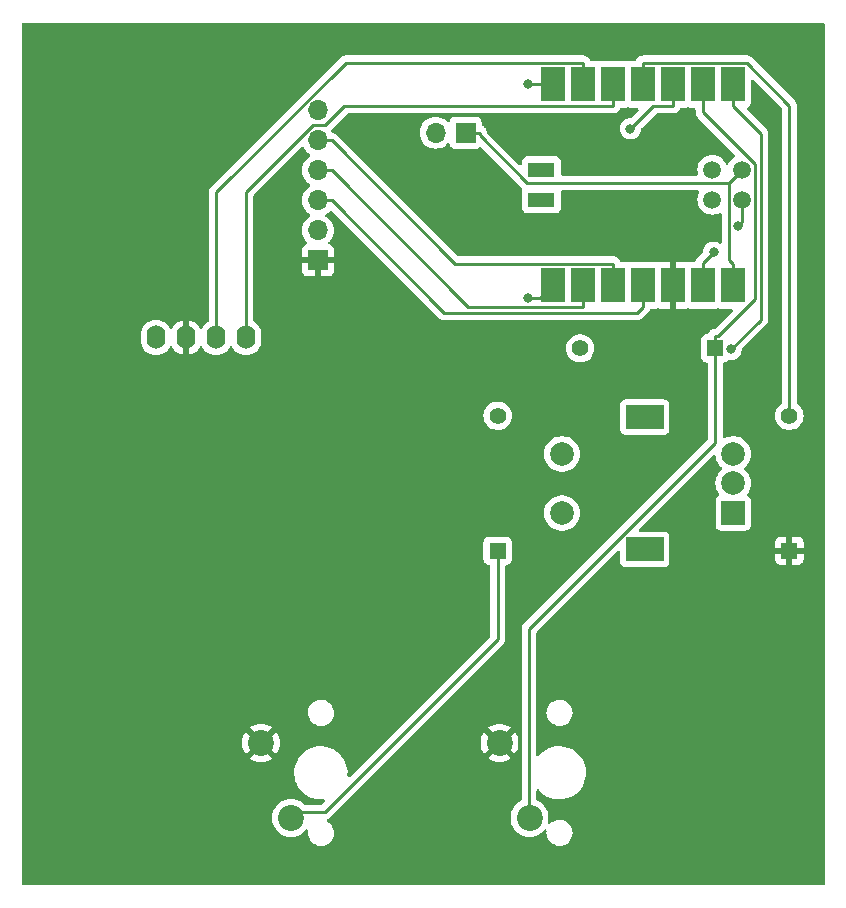
<source format=gbr>
%TF.GenerationSoftware,KiCad,Pcbnew,7.0.10*%
%TF.CreationDate,2025-02-10T10:38:22-05:00*%
%TF.ProjectId,Hackpad,4861636b-7061-4642-9e6b-696361645f70,rev?*%
%TF.SameCoordinates,Original*%
%TF.FileFunction,Copper,L1,Top*%
%TF.FilePolarity,Positive*%
%FSLAX46Y46*%
G04 Gerber Fmt 4.6, Leading zero omitted, Abs format (unit mm)*
G04 Created by KiCad (PCBNEW 7.0.10) date 2025-02-10 10:38:22*
%MOMM*%
%LPD*%
G01*
G04 APERTURE LIST*
%TA.AperFunction,ComponentPad*%
%ADD10R,1.700000X1.700000*%
%TD*%
%TA.AperFunction,ComponentPad*%
%ADD11O,1.700000X1.700000*%
%TD*%
%TA.AperFunction,ComponentPad*%
%ADD12R,1.397000X1.397000*%
%TD*%
%TA.AperFunction,ComponentPad*%
%ADD13C,1.397000*%
%TD*%
%TA.AperFunction,SMDPad,CuDef*%
%ADD14R,2.000000X3.000000*%
%TD*%
%TA.AperFunction,SMDPad,CuDef*%
%ADD15C,1.500000*%
%TD*%
%TA.AperFunction,SMDPad,CuDef*%
%ADD16R,2.300000X1.300000*%
%TD*%
%TA.AperFunction,ComponentPad*%
%ADD17O,1.600000X2.000000*%
%TD*%
%TA.AperFunction,ComponentPad*%
%ADD18C,2.200000*%
%TD*%
%TA.AperFunction,ComponentPad*%
%ADD19R,2.000000X2.000000*%
%TD*%
%TA.AperFunction,ComponentPad*%
%ADD20C,2.000000*%
%TD*%
%TA.AperFunction,ComponentPad*%
%ADD21R,3.200000X2.000000*%
%TD*%
%TA.AperFunction,ViaPad*%
%ADD22C,0.800000*%
%TD*%
%TA.AperFunction,Conductor*%
%ADD23C,0.250000*%
%TD*%
G04 APERTURE END LIST*
D10*
%TO.P,J1,1,Pin_1*%
%TO.N,+3V3*%
X136080000Y-78120000D03*
D11*
%TO.P,J1,2,Pin_2*%
%TO.N,CS_SD*%
X136080000Y-75580000D03*
%TO.P,J1,3,Pin_3*%
%TO.N,MOSI*%
X136080000Y-73040000D03*
%TO.P,J1,4,Pin_4*%
%TO.N,CLK*%
X136080000Y-70500000D03*
%TO.P,J1,5,Pin_5*%
%TO.N,MISO*%
X136080000Y-67960000D03*
%TO.P,J1,6,Pin_6*%
%TO.N,GND*%
X136080000Y-65420000D03*
%TD*%
D10*
%TO.P,J2,1,Pin_1*%
%TO.N,+5V*%
X148590000Y-67310000D03*
D11*
%TO.P,J2,2,Pin_2*%
%TO.N,GND*%
X146050000Y-67310000D03*
%TD*%
D12*
%TO.P,R2,1*%
%TO.N,S2*%
X169715000Y-85570000D03*
D13*
%TO.P,R2,2*%
%TO.N,GND*%
X158285000Y-85570000D03*
%TD*%
D12*
%TO.P,R3,1*%
%TO.N,+3V3*%
X176000000Y-102715000D03*
D13*
%TO.P,R3,2*%
%TO.N,ENC_C*%
X176000000Y-91285000D03*
%TD*%
D14*
%TO.P,U1,1,PA02_A0_D0*%
%TO.N,S1*%
X171230000Y-63230000D03*
%TO.P,U1,2,PA4_A1_D1*%
%TO.N,S2*%
X168690000Y-63230000D03*
%TO.P,U1,3,PA10_A2_D2*%
%TO.N,CS_SD*%
X166150000Y-63230000D03*
%TO.P,U1,4,PA11_A3_D3*%
%TO.N,ENC_C*%
X163610000Y-63230000D03*
%TO.P,U1,5,PA8_A4_D4_SDA*%
%TO.N,SDA*%
X161070000Y-63230000D03*
%TO.P,U1,6,PA9_A5_D5_SCL*%
%TO.N,SCL*%
X158530000Y-63230000D03*
%TO.P,U1,7,PB08_A6_D6_TX*%
%TO.N,ENC_A*%
X155990000Y-63230000D03*
%TO.P,U1,8,PB09_A7_D7_RX*%
%TO.N,ENC_B*%
X155990000Y-80230000D03*
%TO.P,U1,9,PA7_A8_D8_SCK*%
%TO.N,CLK*%
X158530000Y-80230000D03*
%TO.P,U1,10,PA5_A9_D9_MISO*%
%TO.N,MISO*%
X161070000Y-80230000D03*
%TO.P,U1,11,PA6_A10_D10_MOSI*%
%TO.N,MOSI*%
X163610000Y-80230000D03*
%TO.P,U1,12,3V3*%
%TO.N,+3V3*%
X166150000Y-80230000D03*
%TO.P,U1,13,GND*%
%TO.N,GND*%
X168690000Y-80230000D03*
%TO.P,U1,14,5V*%
%TO.N,+5V*%
X171230000Y-80230000D03*
D15*
%TO.P,U1,15,5V*%
X172000000Y-70460000D03*
%TO.P,U1,16,GND*%
%TO.N,GND*%
X172000000Y-73000000D03*
%TO.P,U1,17,PA31_SWDIO*%
%TO.N,unconnected-(U1-PA31_SWDIO-Pad17)*%
X169460000Y-70460000D03*
%TO.P,U1,18,PA30_SWCLK*%
%TO.N,unconnected-(U1-PA30_SWCLK-Pad18)*%
X169460000Y-73000000D03*
D16*
%TO.P,U1,19,RESET*%
%TO.N,unconnected-(U1-RESET-Pad19)*%
X155010000Y-70460000D03*
%TO.P,U1,20,GND*%
%TO.N,unconnected-(U1-GND-Pad20)*%
X155010000Y-73000000D03*
%TD*%
D17*
%TO.P,Brd1,1,GND*%
%TO.N,GND*%
X122380000Y-84650000D03*
%TO.P,Brd1,2,VCC*%
%TO.N,+3V3*%
X124920000Y-84650000D03*
%TO.P,Brd1,3,SCL*%
%TO.N,SCL*%
X127460000Y-84650000D03*
%TO.P,Brd1,4,SDA*%
%TO.N,SDA*%
X130000000Y-84650000D03*
%TD*%
D18*
%TO.P,SW1,1,1*%
%TO.N,+3V3*%
X131260000Y-118968700D03*
%TO.P,SW1,2,2*%
%TO.N,S1*%
X133800000Y-125318700D03*
%TD*%
%TO.P,SW2,1,1*%
%TO.N,+3V3*%
X151460000Y-118968700D03*
%TO.P,SW2,2,2*%
%TO.N,S2*%
X154000000Y-125318700D03*
%TD*%
D19*
%TO.P,SW4,A,A*%
%TO.N,ENC_A*%
X171250000Y-99500000D03*
D20*
%TO.P,SW4,B,B*%
%TO.N,ENC_B*%
X171250000Y-94500000D03*
%TO.P,SW4,C,C*%
%TO.N,GND*%
X171250000Y-97000000D03*
D21*
%TO.P,SW4,MP*%
%TO.N,N/C*%
X163750000Y-102600000D03*
X163750000Y-91400000D03*
D20*
%TO.P,SW4,S1,S1*%
%TO.N,ENC_C*%
X156750000Y-94500000D03*
%TO.P,SW4,S2,S2*%
%TO.N,GND*%
X156750000Y-99500000D03*
%TD*%
D12*
%TO.P,R1,1*%
%TO.N,S1*%
X151300000Y-102715000D03*
D13*
%TO.P,R1,2*%
%TO.N,GND*%
X151300000Y-91285000D03*
%TD*%
D22*
%TO.N,GND*%
X171657000Y-75219700D03*
X169582000Y-77438400D03*
%TO.N,CS_SD*%
X162550000Y-66977700D03*
%TO.N,S1*%
X171049000Y-85658400D03*
%TO.N,ENC_A*%
X153895000Y-63171900D03*
%TO.N,ENC_B*%
X153895000Y-81289600D03*
%TD*%
D23*
%TO.N,GND*%
X168690000Y-78330600D02*
X168690000Y-80230000D01*
X171657000Y-75219700D02*
X172000000Y-74876900D01*
X172000000Y-74876900D02*
X172000000Y-73000000D01*
X169582000Y-77438400D02*
X168690000Y-78330600D01*
%TO.N,ENC_C*%
X163610000Y-63230000D02*
X163610000Y-61403100D01*
X163610000Y-61403100D02*
X172382000Y-61403100D01*
X172382000Y-61403100D02*
X176000000Y-65021100D01*
X176000000Y-65021100D02*
X176000000Y-91285000D01*
%TO.N,SCL*%
X138432000Y-61403100D02*
X127460000Y-72374800D01*
X158530000Y-63230000D02*
X158530000Y-61403100D01*
X127460000Y-72374800D02*
X127460000Y-84650000D01*
X158530000Y-61403100D02*
X138432000Y-61403100D01*
%TO.N,SDA*%
X161070000Y-65056900D02*
X161070000Y-63230000D01*
X130000000Y-72339000D02*
X135649000Y-66690000D01*
X130000000Y-84650000D02*
X130000000Y-72339000D01*
X138333000Y-65056900D02*
X161070000Y-65056900D01*
X136700000Y-66690000D02*
X138333000Y-65056900D01*
X135649000Y-66690000D02*
X136700000Y-66690000D01*
%TO.N,CS_SD*%
X164471000Y-65056900D02*
X162550000Y-66977700D01*
X166150000Y-63230000D02*
X166150000Y-65056900D01*
X166150000Y-65056900D02*
X164471000Y-65056900D01*
%TO.N,MOSI*%
X163124000Y-82543400D02*
X146760000Y-82543400D01*
X137257000Y-73040000D02*
X136080000Y-73040000D01*
X146760000Y-82543400D02*
X137257000Y-73040000D01*
X163610000Y-80230000D02*
X163610000Y-82056900D01*
X163610000Y-82056900D02*
X163124000Y-82543400D01*
%TO.N,CLK*%
X137257000Y-70500000D02*
X136080000Y-70500000D01*
X158530000Y-80230000D02*
X158530000Y-82056900D01*
X148814000Y-82056900D02*
X137257000Y-70500000D01*
X158530000Y-82056900D02*
X148814000Y-82056900D01*
%TO.N,MISO*%
X147700000Y-78403100D02*
X137257000Y-67960000D01*
X161070000Y-80230000D02*
X161070000Y-78403100D01*
X137257000Y-67960000D02*
X136080000Y-67960000D01*
X161070000Y-78403100D02*
X147700000Y-78403100D01*
%TO.N,+5V*%
X153807000Y-71570600D02*
X149767000Y-67530700D01*
X172000000Y-70460000D02*
X170889000Y-71570600D01*
X149767000Y-67530700D02*
X149767000Y-67310000D01*
X171230000Y-78403100D02*
X171230000Y-80230000D01*
X170889000Y-71570600D02*
X153807000Y-71570600D01*
X149767000Y-67310000D02*
X148590000Y-67310000D01*
X170889000Y-71570600D02*
X170889000Y-78062500D01*
X170889000Y-78062500D02*
X171230000Y-78403100D01*
%TO.N,S1*%
X173570000Y-83137500D02*
X173570000Y-67397100D01*
X171049000Y-85658400D02*
X173570000Y-83137500D01*
X133800000Y-125319000D02*
X134028500Y-125090500D01*
X136643000Y-124862000D02*
X151300000Y-110204000D01*
X151300000Y-110204000D02*
X151300000Y-102715000D01*
X173570000Y-67397100D02*
X171230000Y-65056900D01*
X134028500Y-125090500D02*
X134028200Y-125090500D01*
X171230000Y-65056900D02*
X171230000Y-63230000D01*
X134028200Y-125090500D02*
X133800000Y-125318700D01*
X134257000Y-124862000D02*
X136643000Y-124862000D01*
X134028500Y-125090500D02*
X134257000Y-124862000D01*
%TO.N,S2*%
X153974500Y-125293500D02*
X153949000Y-125268000D01*
X173097000Y-81419000D02*
X173097000Y-69996000D01*
X169715000Y-85570000D02*
X169715000Y-84544600D01*
X153974800Y-125293500D02*
X154000000Y-125318700D01*
X173097000Y-69996000D02*
X168690000Y-65589100D01*
X169971000Y-84544600D02*
X173097000Y-81419000D01*
X169715000Y-84544600D02*
X169971000Y-84544600D01*
X153949000Y-109338000D02*
X169715000Y-93572700D01*
X153949000Y-125268000D02*
X153949000Y-109338000D01*
X168690000Y-65589100D02*
X168690000Y-63230000D01*
X153974500Y-125293500D02*
X153974800Y-125293500D01*
X154000000Y-125319000D02*
X153974500Y-125293500D01*
X169715000Y-93572700D02*
X169715000Y-85570000D01*
%TO.N,ENC_A*%
X153895000Y-63171900D02*
X155932000Y-63171900D01*
X155932000Y-63171900D02*
X155990000Y-63230000D01*
%TO.N,ENC_B*%
X154930000Y-81289600D02*
X155990000Y-80230000D01*
X153895000Y-81289600D02*
X154930000Y-81289600D01*
%TD*%
%TA.AperFunction,Conductor*%
%TO.N,+3V3*%
G36*
X178943039Y-58019685D02*
G01*
X178988794Y-58072489D01*
X179000000Y-58124000D01*
X179000000Y-130876000D01*
X178980315Y-130943039D01*
X178927511Y-130988794D01*
X178876000Y-131000000D01*
X111124000Y-131000000D01*
X111056961Y-130980315D01*
X111011206Y-130927511D01*
X111000000Y-130876000D01*
X111000000Y-125318700D01*
X132194551Y-125318700D01*
X132214317Y-125569851D01*
X132273126Y-125814810D01*
X132369533Y-126047559D01*
X132501160Y-126262353D01*
X132501161Y-126262356D01*
X132501164Y-126262359D01*
X132664776Y-126453924D01*
X132813066Y-126580575D01*
X132856343Y-126617538D01*
X132856346Y-126617539D01*
X133071140Y-126749166D01*
X133303889Y-126845573D01*
X133548852Y-126904383D01*
X133800000Y-126924149D01*
X134051148Y-126904383D01*
X134296111Y-126845573D01*
X134528859Y-126749166D01*
X134743659Y-126617536D01*
X134935224Y-126453924D01*
X135032853Y-126339614D01*
X135091358Y-126301422D01*
X135161226Y-126300923D01*
X135220273Y-126338277D01*
X135249751Y-126401624D01*
X135249880Y-126437793D01*
X135235746Y-126536098D01*
X135245745Y-126746027D01*
X135295296Y-126950278D01*
X135295298Y-126950282D01*
X135382598Y-127141443D01*
X135382601Y-127141448D01*
X135382602Y-127141450D01*
X135382604Y-127141453D01*
X135445627Y-127229956D01*
X135504515Y-127312653D01*
X135504520Y-127312659D01*
X135656620Y-127457685D01*
X135751578Y-127518711D01*
X135833428Y-127571313D01*
X136028543Y-127649425D01*
X136131729Y-127669312D01*
X136234914Y-127689200D01*
X136234915Y-127689200D01*
X136392419Y-127689200D01*
X136392425Y-127689200D01*
X136549218Y-127674228D01*
X136750875Y-127615016D01*
X136937682Y-127518711D01*
X137102886Y-127388792D01*
X137240519Y-127229956D01*
X137345604Y-127047944D01*
X137414344Y-126849333D01*
X137444254Y-126641302D01*
X137434254Y-126431370D01*
X137384704Y-126227124D01*
X137384701Y-126227117D01*
X137297401Y-126035956D01*
X137297398Y-126035951D01*
X137297397Y-126035950D01*
X137297396Y-126035947D01*
X137175486Y-125864748D01*
X137175484Y-125864746D01*
X137175479Y-125864740D01*
X137023379Y-125719714D01*
X136904065Y-125643035D01*
X136858310Y-125590231D01*
X136848367Y-125521072D01*
X136877392Y-125457517D01*
X136907990Y-125431984D01*
X136910655Y-125430408D01*
X136928113Y-125421857D01*
X136946732Y-125414486D01*
X136982092Y-125388794D01*
X136991825Y-125382400D01*
X137029437Y-125360157D01*
X137043589Y-125346002D01*
X137058387Y-125333362D01*
X137074587Y-125321594D01*
X137102442Y-125287920D01*
X137110288Y-125279297D01*
X143420456Y-118968700D01*
X149855052Y-118968700D01*
X149874812Y-119219772D01*
X149933603Y-119464656D01*
X150029980Y-119697331D01*
X150161568Y-119912062D01*
X150162266Y-119912879D01*
X150782804Y-119292342D01*
X150806059Y-119346253D01*
X150910756Y-119486885D01*
X151045062Y-119599582D01*
X151136665Y-119645586D01*
X150515819Y-120266432D01*
X150515819Y-120266433D01*
X150516634Y-120267129D01*
X150731368Y-120398719D01*
X150964043Y-120495096D01*
X151208927Y-120553887D01*
X151460000Y-120573647D01*
X151711072Y-120553887D01*
X151955956Y-120495096D01*
X152188631Y-120398719D01*
X152403361Y-120267132D01*
X152403363Y-120267130D01*
X152404180Y-120266432D01*
X151785945Y-119648198D01*
X151798891Y-119643487D01*
X151945373Y-119547145D01*
X152065688Y-119419618D01*
X152138447Y-119293594D01*
X152757732Y-119912880D01*
X152758430Y-119912063D01*
X152758432Y-119912061D01*
X152890019Y-119697331D01*
X152986396Y-119464656D01*
X153045187Y-119219772D01*
X153064947Y-118968700D01*
X153045187Y-118717627D01*
X152986396Y-118472743D01*
X152890019Y-118240068D01*
X152758429Y-118025334D01*
X152757733Y-118024519D01*
X152757732Y-118024519D01*
X152137195Y-118645056D01*
X152113941Y-118591147D01*
X152009244Y-118450515D01*
X151874938Y-118337818D01*
X151783334Y-118291812D01*
X152404179Y-117670966D01*
X152403362Y-117670268D01*
X152188631Y-117538680D01*
X151955956Y-117442303D01*
X151711072Y-117383512D01*
X151460000Y-117363752D01*
X151208927Y-117383512D01*
X150964043Y-117442303D01*
X150731368Y-117538680D01*
X150516637Y-117670267D01*
X150515819Y-117670966D01*
X151134054Y-118289201D01*
X151121109Y-118293913D01*
X150974627Y-118390255D01*
X150854312Y-118517782D01*
X150781552Y-118643805D01*
X150162266Y-118024519D01*
X150161567Y-118025337D01*
X150029980Y-118240068D01*
X149933603Y-118472743D01*
X149874812Y-118717627D01*
X149855052Y-118968700D01*
X143420456Y-118968700D01*
X151683803Y-110704791D01*
X151696050Y-110694981D01*
X151695866Y-110694758D01*
X151701867Y-110689792D01*
X151701877Y-110689786D01*
X151747939Y-110640734D01*
X151750591Y-110637998D01*
X151770134Y-110618455D01*
X151772587Y-110615291D01*
X151780171Y-110606411D01*
X151810062Y-110574582D01*
X151819718Y-110557014D01*
X151830394Y-110540760D01*
X151842684Y-110524918D01*
X151860022Y-110484845D01*
X151865164Y-110474349D01*
X151886197Y-110436092D01*
X151891183Y-110416667D01*
X151897484Y-110398266D01*
X151905443Y-110379874D01*
X151905443Y-110379873D01*
X151912271Y-110336755D01*
X151914641Y-110325309D01*
X151925500Y-110283019D01*
X151925500Y-110262974D01*
X151927026Y-110243580D01*
X151927146Y-110242819D01*
X151930161Y-110223783D01*
X151926050Y-110180321D01*
X151925500Y-110168647D01*
X151925500Y-104037999D01*
X151945185Y-103970960D01*
X151997989Y-103925205D01*
X152043128Y-103915385D01*
X152043076Y-103914400D01*
X152043071Y-103914354D01*
X152043073Y-103914353D01*
X152043064Y-103914176D01*
X152046357Y-103913999D01*
X152046372Y-103913999D01*
X152105983Y-103907591D01*
X152240831Y-103857296D01*
X152356046Y-103771046D01*
X152442296Y-103655831D01*
X152492591Y-103520983D01*
X152499000Y-103461373D01*
X152498999Y-101968628D01*
X152492591Y-101909017D01*
X152442384Y-101774406D01*
X152442297Y-101774171D01*
X152442293Y-101774164D01*
X152356047Y-101658955D01*
X152356044Y-101658952D01*
X152240835Y-101572706D01*
X152240828Y-101572702D01*
X152105982Y-101522408D01*
X152105983Y-101522408D01*
X152046383Y-101516001D01*
X152046381Y-101516000D01*
X152046373Y-101516000D01*
X152046364Y-101516000D01*
X150553629Y-101516000D01*
X150553623Y-101516001D01*
X150494016Y-101522408D01*
X150359171Y-101572702D01*
X150359164Y-101572706D01*
X150243955Y-101658952D01*
X150243952Y-101658955D01*
X150157706Y-101774164D01*
X150157702Y-101774171D01*
X150107408Y-101909017D01*
X150101001Y-101968616D01*
X150101001Y-101968623D01*
X150101000Y-101968635D01*
X150101000Y-103461370D01*
X150101001Y-103461376D01*
X150107408Y-103520983D01*
X150157702Y-103655828D01*
X150157706Y-103655835D01*
X150243952Y-103771044D01*
X150243955Y-103771047D01*
X150359164Y-103857293D01*
X150359171Y-103857297D01*
X150494016Y-103907591D01*
X150553613Y-103913999D01*
X150553622Y-103913999D01*
X150553627Y-103914000D01*
X150553631Y-103913999D01*
X150556934Y-103914177D01*
X150556924Y-103914355D01*
X150556931Y-103914356D01*
X150556917Y-103914477D01*
X150556835Y-103916010D01*
X150616998Y-103933338D01*
X150663026Y-103985904D01*
X150674500Y-104037999D01*
X150674500Y-109893561D01*
X150654815Y-109960600D01*
X150638184Y-109981239D01*
X138795888Y-121824342D01*
X138734566Y-121857829D01*
X138664874Y-121852847D01*
X138608939Y-121810978D01*
X138584520Y-121745514D01*
X138584273Y-121732542D01*
X138594277Y-121433331D01*
X138564118Y-121133538D01*
X138494269Y-120840439D01*
X138385977Y-120559266D01*
X138241175Y-120295035D01*
X138220614Y-120267130D01*
X138164623Y-120191138D01*
X138062446Y-120052462D01*
X137852980Y-119835876D01*
X137704598Y-119718700D01*
X137616521Y-119649146D01*
X137616517Y-119649143D01*
X137616515Y-119649142D01*
X137357270Y-119495591D01*
X137079872Y-119377964D01*
X137079863Y-119377961D01*
X136789272Y-119298360D01*
X136714616Y-119288320D01*
X136490653Y-119258200D01*
X136264756Y-119258200D01*
X136264748Y-119258200D01*
X136039368Y-119273287D01*
X136039359Y-119273289D01*
X135744094Y-119333304D01*
X135459464Y-119432139D01*
X135459459Y-119432141D01*
X135190546Y-119568028D01*
X134942125Y-119738560D01*
X134718665Y-119940669D01*
X134524132Y-120170764D01*
X134362006Y-120424730D01*
X134362005Y-120424732D01*
X134292902Y-120573647D01*
X134235177Y-120698042D01*
X134235176Y-120698046D01*
X134145907Y-120985818D01*
X134095791Y-121282930D01*
X134085723Y-121584073D01*
X134115881Y-121883860D01*
X134115882Y-121883862D01*
X134185728Y-122176952D01*
X134185733Y-122176966D01*
X134294020Y-122458127D01*
X134294024Y-122458136D01*
X134438825Y-122722365D01*
X134438829Y-122722371D01*
X134603129Y-122945360D01*
X134617554Y-122964938D01*
X134617561Y-122964945D01*
X134827019Y-123181523D01*
X135063478Y-123368253D01*
X135063480Y-123368254D01*
X135063485Y-123368258D01*
X135322730Y-123521809D01*
X135600128Y-123639436D01*
X135890729Y-123719040D01*
X136189347Y-123759200D01*
X136189351Y-123759200D01*
X136415252Y-123759200D01*
X136477154Y-123755055D01*
X136563752Y-123749258D01*
X136631954Y-123764420D01*
X136681134Y-123814050D01*
X136695676Y-123882390D01*
X136670961Y-123947742D01*
X136659718Y-123960659D01*
X136543378Y-124077007D01*
X136420215Y-124200178D01*
X136358895Y-124233665D01*
X136332532Y-124236500D01*
X135037675Y-124236500D01*
X134970636Y-124216815D01*
X134943387Y-124193033D01*
X134935224Y-124183476D01*
X134935223Y-124183475D01*
X134743656Y-124019861D01*
X134743653Y-124019860D01*
X134528859Y-123888233D01*
X134296110Y-123791826D01*
X134051151Y-123733017D01*
X133800000Y-123713251D01*
X133548848Y-123733017D01*
X133303889Y-123791826D01*
X133071140Y-123888233D01*
X132856346Y-124019860D01*
X132856343Y-124019861D01*
X132664776Y-124183476D01*
X132501161Y-124375043D01*
X132501160Y-124375046D01*
X132369533Y-124589840D01*
X132273126Y-124822589D01*
X132214317Y-125067548D01*
X132194551Y-125318700D01*
X111000000Y-125318700D01*
X111000000Y-118968700D01*
X129655052Y-118968700D01*
X129674812Y-119219772D01*
X129733603Y-119464656D01*
X129829980Y-119697331D01*
X129961568Y-119912062D01*
X129962266Y-119912879D01*
X130582804Y-119292342D01*
X130606059Y-119346253D01*
X130710756Y-119486885D01*
X130845062Y-119599582D01*
X130936665Y-119645586D01*
X130315819Y-120266432D01*
X130315819Y-120266433D01*
X130316634Y-120267129D01*
X130531368Y-120398719D01*
X130764043Y-120495096D01*
X131008927Y-120553887D01*
X131260000Y-120573647D01*
X131511072Y-120553887D01*
X131755956Y-120495096D01*
X131988631Y-120398719D01*
X132203361Y-120267132D01*
X132203363Y-120267130D01*
X132204180Y-120266432D01*
X131585945Y-119648198D01*
X131598891Y-119643487D01*
X131745373Y-119547145D01*
X131865688Y-119419618D01*
X131938447Y-119293594D01*
X132557732Y-119912880D01*
X132558430Y-119912063D01*
X132558432Y-119912061D01*
X132690019Y-119697331D01*
X132786396Y-119464656D01*
X132845187Y-119219772D01*
X132864947Y-118968700D01*
X132845187Y-118717627D01*
X132786396Y-118472743D01*
X132690019Y-118240068D01*
X132558429Y-118025334D01*
X132557733Y-118024519D01*
X132557732Y-118024519D01*
X131937195Y-118645056D01*
X131913941Y-118591147D01*
X131809244Y-118450515D01*
X131674938Y-118337818D01*
X131583334Y-118291812D01*
X132204179Y-117670966D01*
X132203362Y-117670268D01*
X131988631Y-117538680D01*
X131755956Y-117442303D01*
X131511072Y-117383512D01*
X131260000Y-117363752D01*
X131008927Y-117383512D01*
X130764043Y-117442303D01*
X130531368Y-117538680D01*
X130316637Y-117670267D01*
X130315819Y-117670966D01*
X130934054Y-118289201D01*
X130921109Y-118293913D01*
X130774627Y-118390255D01*
X130654312Y-118517782D01*
X130581552Y-118643805D01*
X129962266Y-118024519D01*
X129961567Y-118025337D01*
X129829980Y-118240068D01*
X129733603Y-118472743D01*
X129674812Y-118717627D01*
X129655052Y-118968700D01*
X111000000Y-118968700D01*
X111000000Y-116376101D01*
X135235746Y-116376101D01*
X135245745Y-116586027D01*
X135295296Y-116790278D01*
X135295298Y-116790282D01*
X135382598Y-116981443D01*
X135382601Y-116981448D01*
X135382602Y-116981450D01*
X135382604Y-116981453D01*
X135445627Y-117069956D01*
X135504515Y-117152653D01*
X135504520Y-117152659D01*
X135656620Y-117297685D01*
X135751578Y-117358711D01*
X135833428Y-117411313D01*
X136028543Y-117489425D01*
X136131729Y-117509312D01*
X136234914Y-117529200D01*
X136234915Y-117529200D01*
X136392419Y-117529200D01*
X136392425Y-117529200D01*
X136549218Y-117514228D01*
X136750875Y-117455016D01*
X136937682Y-117358711D01*
X137102886Y-117228792D01*
X137240519Y-117069956D01*
X137345604Y-116887944D01*
X137414344Y-116689333D01*
X137444254Y-116481302D01*
X137434254Y-116271370D01*
X137384704Y-116067124D01*
X137384701Y-116067117D01*
X137297401Y-115875956D01*
X137297398Y-115875951D01*
X137297397Y-115875950D01*
X137297396Y-115875947D01*
X137175486Y-115704748D01*
X137175484Y-115704746D01*
X137175479Y-115704740D01*
X137023379Y-115559714D01*
X136846574Y-115446088D01*
X136651455Y-115367974D01*
X136445086Y-115328200D01*
X136445085Y-115328200D01*
X136287575Y-115328200D01*
X136130782Y-115343172D01*
X136130778Y-115343173D01*
X135929127Y-115402383D01*
X135742313Y-115498691D01*
X135577116Y-115628605D01*
X135577112Y-115628609D01*
X135439478Y-115787446D01*
X135334398Y-115969450D01*
X135265656Y-116168065D01*
X135265656Y-116168067D01*
X135250804Y-116271370D01*
X135235746Y-116376101D01*
X111000000Y-116376101D01*
X111000000Y-99500005D01*
X155244357Y-99500005D01*
X155264890Y-99747812D01*
X155264892Y-99747824D01*
X155325936Y-99988881D01*
X155425826Y-100216606D01*
X155561833Y-100424782D01*
X155561836Y-100424785D01*
X155730256Y-100607738D01*
X155926491Y-100760474D01*
X156145190Y-100878828D01*
X156380386Y-100959571D01*
X156625665Y-101000500D01*
X156874335Y-101000500D01*
X157119614Y-100959571D01*
X157354810Y-100878828D01*
X157573509Y-100760474D01*
X157769744Y-100607738D01*
X157938164Y-100424785D01*
X158074173Y-100216607D01*
X158174063Y-99988881D01*
X158235108Y-99747821D01*
X158255643Y-99500000D01*
X158235108Y-99252179D01*
X158174063Y-99011119D01*
X158074173Y-98783393D01*
X157938166Y-98575217D01*
X157916557Y-98551744D01*
X157769744Y-98392262D01*
X157573509Y-98239526D01*
X157573507Y-98239525D01*
X157573506Y-98239524D01*
X157354811Y-98121172D01*
X157354802Y-98121169D01*
X157119616Y-98040429D01*
X156874335Y-97999500D01*
X156625665Y-97999500D01*
X156380383Y-98040429D01*
X156145197Y-98121169D01*
X156145188Y-98121172D01*
X155926493Y-98239524D01*
X155730257Y-98392261D01*
X155561833Y-98575217D01*
X155425826Y-98783393D01*
X155325936Y-99011118D01*
X155264892Y-99252175D01*
X155264890Y-99252187D01*
X155244357Y-99499994D01*
X155244357Y-99500005D01*
X111000000Y-99500005D01*
X111000000Y-94500005D01*
X155244357Y-94500005D01*
X155264890Y-94747812D01*
X155264892Y-94747824D01*
X155325936Y-94988881D01*
X155425826Y-95216606D01*
X155561833Y-95424782D01*
X155561836Y-95424785D01*
X155730256Y-95607738D01*
X155926491Y-95760474D01*
X156145190Y-95878828D01*
X156380386Y-95959571D01*
X156625665Y-96000500D01*
X156874335Y-96000500D01*
X157119614Y-95959571D01*
X157354810Y-95878828D01*
X157573509Y-95760474D01*
X157769744Y-95607738D01*
X157938164Y-95424785D01*
X158074173Y-95216607D01*
X158174063Y-94988881D01*
X158235108Y-94747821D01*
X158235109Y-94747812D01*
X158255643Y-94500005D01*
X158255643Y-94499994D01*
X158235109Y-94252187D01*
X158235107Y-94252175D01*
X158174063Y-94011118D01*
X158074173Y-93783393D01*
X157938166Y-93575217D01*
X157916557Y-93551744D01*
X157769744Y-93392262D01*
X157573509Y-93239526D01*
X157573507Y-93239525D01*
X157573506Y-93239524D01*
X157354811Y-93121172D01*
X157354802Y-93121169D01*
X157119616Y-93040429D01*
X156874335Y-92999500D01*
X156625665Y-92999500D01*
X156380383Y-93040429D01*
X156145197Y-93121169D01*
X156145188Y-93121172D01*
X155926493Y-93239524D01*
X155730257Y-93392261D01*
X155561833Y-93575217D01*
X155425826Y-93783393D01*
X155325936Y-94011118D01*
X155264892Y-94252175D01*
X155264890Y-94252187D01*
X155244357Y-94499994D01*
X155244357Y-94500005D01*
X111000000Y-94500005D01*
X111000000Y-91285000D01*
X150095863Y-91285000D01*
X150116365Y-91506259D01*
X150116366Y-91506261D01*
X150177174Y-91719979D01*
X150177180Y-91719994D01*
X150276222Y-91918896D01*
X150410133Y-92096224D01*
X150574344Y-92245921D01*
X150574346Y-92245923D01*
X150763266Y-92362897D01*
X150763272Y-92362900D01*
X150792206Y-92374109D01*
X150970472Y-92443170D01*
X151188896Y-92484000D01*
X151188899Y-92484000D01*
X151411101Y-92484000D01*
X151411104Y-92484000D01*
X151604385Y-92447870D01*
X161649500Y-92447870D01*
X161649501Y-92447876D01*
X161655908Y-92507483D01*
X161706202Y-92642328D01*
X161706206Y-92642335D01*
X161792452Y-92757544D01*
X161792455Y-92757547D01*
X161907664Y-92843793D01*
X161907671Y-92843797D01*
X162042517Y-92894091D01*
X162042516Y-92894091D01*
X162049444Y-92894835D01*
X162102127Y-92900500D01*
X165397872Y-92900499D01*
X165457483Y-92894091D01*
X165592331Y-92843796D01*
X165707546Y-92757546D01*
X165793796Y-92642331D01*
X165844091Y-92507483D01*
X165850500Y-92447873D01*
X165850499Y-90352128D01*
X165844091Y-90292517D01*
X165812233Y-90207102D01*
X165793797Y-90157671D01*
X165793793Y-90157664D01*
X165707547Y-90042455D01*
X165707544Y-90042452D01*
X165592335Y-89956206D01*
X165592328Y-89956202D01*
X165457482Y-89905908D01*
X165457483Y-89905908D01*
X165397883Y-89899501D01*
X165397881Y-89899500D01*
X165397873Y-89899500D01*
X165397864Y-89899500D01*
X162102129Y-89899500D01*
X162102123Y-89899501D01*
X162042516Y-89905908D01*
X161907671Y-89956202D01*
X161907664Y-89956206D01*
X161792455Y-90042452D01*
X161792452Y-90042455D01*
X161706206Y-90157664D01*
X161706202Y-90157671D01*
X161655908Y-90292517D01*
X161649501Y-90352116D01*
X161649501Y-90352123D01*
X161649500Y-90352135D01*
X161649500Y-92447870D01*
X151604385Y-92447870D01*
X151629528Y-92443170D01*
X151836730Y-92362899D01*
X152025655Y-92245922D01*
X152189868Y-92096222D01*
X152323778Y-91918896D01*
X152422824Y-91719984D01*
X152483634Y-91506260D01*
X152504137Y-91285000D01*
X152483634Y-91063740D01*
X152422824Y-90850016D01*
X152323778Y-90651104D01*
X152189868Y-90473778D01*
X152189866Y-90473775D01*
X152025655Y-90324078D01*
X152025653Y-90324076D01*
X151836733Y-90207102D01*
X151836727Y-90207099D01*
X151709119Y-90157664D01*
X151629528Y-90126830D01*
X151411104Y-90086000D01*
X151188896Y-90086000D01*
X150970472Y-90126830D01*
X150920695Y-90146113D01*
X150763272Y-90207099D01*
X150763266Y-90207102D01*
X150574346Y-90324076D01*
X150574344Y-90324078D01*
X150410133Y-90473775D01*
X150276222Y-90651103D01*
X150177180Y-90850005D01*
X150177174Y-90850020D01*
X150116366Y-91063738D01*
X150116365Y-91063740D01*
X150095863Y-91284999D01*
X150095863Y-91285000D01*
X111000000Y-91285000D01*
X111000000Y-84906785D01*
X121079500Y-84906785D01*
X121094364Y-85076687D01*
X121094366Y-85076697D01*
X121153258Y-85296488D01*
X121153261Y-85296497D01*
X121249431Y-85502732D01*
X121249432Y-85502734D01*
X121379954Y-85689141D01*
X121540858Y-85850045D01*
X121540861Y-85850047D01*
X121727266Y-85980568D01*
X121933504Y-86076739D01*
X122153308Y-86135635D01*
X122315230Y-86149801D01*
X122379998Y-86155468D01*
X122380000Y-86155468D01*
X122380002Y-86155468D01*
X122436673Y-86150509D01*
X122606692Y-86135635D01*
X122826496Y-86076739D01*
X123032734Y-85980568D01*
X123219139Y-85850047D01*
X123380047Y-85689139D01*
X123510568Y-85502734D01*
X123537895Y-85444129D01*
X123584064Y-85391695D01*
X123651257Y-85372542D01*
X123718139Y-85392757D01*
X123762657Y-85444133D01*
X123789865Y-85502482D01*
X123920342Y-85688820D01*
X124081179Y-85849657D01*
X124267517Y-85980134D01*
X124473673Y-86076265D01*
X124473682Y-86076269D01*
X124669999Y-86128872D01*
X124670000Y-86128871D01*
X124670000Y-85085501D01*
X124777685Y-85134680D01*
X124884237Y-85150000D01*
X124955763Y-85150000D01*
X125062315Y-85134680D01*
X125170000Y-85085501D01*
X125170000Y-86128872D01*
X125366317Y-86076269D01*
X125366326Y-86076265D01*
X125572482Y-85980134D01*
X125758820Y-85849657D01*
X125919657Y-85688820D01*
X126050132Y-85502484D01*
X126077341Y-85444134D01*
X126123513Y-85391695D01*
X126190707Y-85372542D01*
X126257588Y-85392757D01*
X126302106Y-85444133D01*
X126329431Y-85502732D01*
X126329432Y-85502734D01*
X126459954Y-85689141D01*
X126620858Y-85850045D01*
X126620861Y-85850047D01*
X126807266Y-85980568D01*
X127013504Y-86076739D01*
X127233308Y-86135635D01*
X127395230Y-86149801D01*
X127459998Y-86155468D01*
X127460000Y-86155468D01*
X127460002Y-86155468D01*
X127516673Y-86150509D01*
X127686692Y-86135635D01*
X127906496Y-86076739D01*
X128112734Y-85980568D01*
X128299139Y-85850047D01*
X128460047Y-85689139D01*
X128590568Y-85502734D01*
X128617618Y-85444724D01*
X128663790Y-85392285D01*
X128730983Y-85373133D01*
X128797865Y-85393348D01*
X128842382Y-85444725D01*
X128869429Y-85502728D01*
X128869432Y-85502734D01*
X128999954Y-85689141D01*
X129160858Y-85850045D01*
X129160861Y-85850047D01*
X129347266Y-85980568D01*
X129553504Y-86076739D01*
X129773308Y-86135635D01*
X129935230Y-86149801D01*
X129999998Y-86155468D01*
X130000000Y-86155468D01*
X130000002Y-86155468D01*
X130056673Y-86150509D01*
X130226692Y-86135635D01*
X130446496Y-86076739D01*
X130652734Y-85980568D01*
X130839139Y-85850047D01*
X131000047Y-85689139D01*
X131083468Y-85570000D01*
X157080863Y-85570000D01*
X157101365Y-85791259D01*
X157101366Y-85791261D01*
X157162174Y-86004979D01*
X157162180Y-86004994D01*
X157261222Y-86203896D01*
X157395133Y-86381224D01*
X157559344Y-86530921D01*
X157559346Y-86530923D01*
X157748266Y-86647897D01*
X157748272Y-86647900D01*
X157777206Y-86659109D01*
X157955472Y-86728170D01*
X158173896Y-86769000D01*
X158173899Y-86769000D01*
X158396101Y-86769000D01*
X158396104Y-86769000D01*
X158614528Y-86728170D01*
X158821730Y-86647899D01*
X159010655Y-86530922D01*
X159174868Y-86381222D01*
X159308778Y-86203896D01*
X159407824Y-86004984D01*
X159468634Y-85791260D01*
X159489137Y-85570000D01*
X159482880Y-85502482D01*
X159468634Y-85348740D01*
X159468633Y-85348738D01*
X159453769Y-85296497D01*
X159407824Y-85135016D01*
X159308778Y-84936104D01*
X159223831Y-84823616D01*
X159174866Y-84758775D01*
X159010655Y-84609078D01*
X159010653Y-84609076D01*
X158821733Y-84492102D01*
X158821727Y-84492099D01*
X158687645Y-84440156D01*
X158614528Y-84411830D01*
X158396104Y-84371000D01*
X158173896Y-84371000D01*
X157955472Y-84411830D01*
X157914502Y-84427702D01*
X157748272Y-84492099D01*
X157748266Y-84492102D01*
X157559346Y-84609076D01*
X157559344Y-84609078D01*
X157395133Y-84758775D01*
X157261222Y-84936103D01*
X157162180Y-85135005D01*
X157162174Y-85135020D01*
X157101366Y-85348738D01*
X157101365Y-85348740D01*
X157080863Y-85569999D01*
X157080863Y-85570000D01*
X131083468Y-85570000D01*
X131130568Y-85502734D01*
X131226739Y-85296496D01*
X131285635Y-85076692D01*
X131300500Y-84906784D01*
X131300500Y-84393216D01*
X131285635Y-84223308D01*
X131226739Y-84003504D01*
X131130568Y-83797266D01*
X131000047Y-83610861D01*
X131000045Y-83610858D01*
X130839140Y-83449953D01*
X130678377Y-83337386D01*
X130634752Y-83282809D01*
X130625500Y-83235811D01*
X130625500Y-72649452D01*
X130645185Y-72582413D01*
X130661819Y-72561771D01*
X132545615Y-70677975D01*
X134678915Y-68544674D01*
X134740236Y-68511191D01*
X134809928Y-68516175D01*
X134865861Y-68558047D01*
X134878976Y-68579952D01*
X134905965Y-68637829D01*
X134905967Y-68637834D01*
X135041501Y-68831395D01*
X135041506Y-68831402D01*
X135208597Y-68998493D01*
X135208603Y-68998498D01*
X135394158Y-69128425D01*
X135437783Y-69183002D01*
X135444977Y-69252500D01*
X135413454Y-69314855D01*
X135394158Y-69331575D01*
X135208597Y-69461505D01*
X135041505Y-69628597D01*
X134905965Y-69822169D01*
X134905964Y-69822171D01*
X134806098Y-70036335D01*
X134806094Y-70036344D01*
X134744938Y-70264586D01*
X134744936Y-70264596D01*
X134724341Y-70499999D01*
X134724341Y-70500000D01*
X134744936Y-70735403D01*
X134744938Y-70735413D01*
X134806094Y-70963655D01*
X134806096Y-70963659D01*
X134806097Y-70963663D01*
X134905965Y-71177830D01*
X134905967Y-71177834D01*
X135041501Y-71371395D01*
X135041506Y-71371402D01*
X135208597Y-71538493D01*
X135208603Y-71538498D01*
X135394158Y-71668425D01*
X135437783Y-71723002D01*
X135444977Y-71792500D01*
X135413454Y-71854855D01*
X135394158Y-71871575D01*
X135208597Y-72001505D01*
X135041505Y-72168597D01*
X134905965Y-72362169D01*
X134905964Y-72362171D01*
X134806098Y-72576335D01*
X134806094Y-72576344D01*
X134744938Y-72804586D01*
X134744936Y-72804596D01*
X134724341Y-73039999D01*
X134724341Y-73040000D01*
X134744936Y-73275403D01*
X134744938Y-73275413D01*
X134806094Y-73503655D01*
X134806096Y-73503659D01*
X134806097Y-73503663D01*
X134896658Y-73697872D01*
X134905965Y-73717830D01*
X134905967Y-73717834D01*
X135041501Y-73911395D01*
X135041506Y-73911402D01*
X135208597Y-74078493D01*
X135208603Y-74078498D01*
X135394158Y-74208425D01*
X135437783Y-74263002D01*
X135444977Y-74332500D01*
X135413454Y-74394855D01*
X135394158Y-74411575D01*
X135208597Y-74541505D01*
X135041505Y-74708597D01*
X134905965Y-74902169D01*
X134905964Y-74902171D01*
X134806098Y-75116335D01*
X134806094Y-75116344D01*
X134744938Y-75344586D01*
X134744936Y-75344596D01*
X134724341Y-75579999D01*
X134724341Y-75580000D01*
X134744936Y-75815403D01*
X134744938Y-75815413D01*
X134806094Y-76043655D01*
X134806096Y-76043659D01*
X134806097Y-76043663D01*
X134899609Y-76244200D01*
X134905965Y-76257830D01*
X134905967Y-76257834D01*
X135014281Y-76412521D01*
X135041501Y-76451396D01*
X135041506Y-76451402D01*
X135163818Y-76573714D01*
X135197303Y-76635037D01*
X135192319Y-76704729D01*
X135150447Y-76760662D01*
X135119471Y-76777577D01*
X134987912Y-76826646D01*
X134987906Y-76826649D01*
X134872812Y-76912809D01*
X134872809Y-76912812D01*
X134786649Y-77027906D01*
X134786645Y-77027913D01*
X134736403Y-77162620D01*
X134736401Y-77162627D01*
X134730000Y-77222155D01*
X134730000Y-77870000D01*
X135646314Y-77870000D01*
X135620507Y-77910156D01*
X135580000Y-78048111D01*
X135580000Y-78191889D01*
X135620507Y-78329844D01*
X135646314Y-78370000D01*
X134730000Y-78370000D01*
X134730000Y-79017844D01*
X134736401Y-79077372D01*
X134736403Y-79077379D01*
X134786645Y-79212086D01*
X134786649Y-79212093D01*
X134872809Y-79327187D01*
X134872812Y-79327190D01*
X134987906Y-79413350D01*
X134987913Y-79413354D01*
X135122620Y-79463596D01*
X135122627Y-79463598D01*
X135182155Y-79469999D01*
X135182172Y-79470000D01*
X135830000Y-79470000D01*
X135830000Y-78555501D01*
X135937685Y-78604680D01*
X136044237Y-78620000D01*
X136115763Y-78620000D01*
X136222315Y-78604680D01*
X136330000Y-78555501D01*
X136330000Y-79470000D01*
X136977828Y-79470000D01*
X136977844Y-79469999D01*
X137037372Y-79463598D01*
X137037379Y-79463596D01*
X137172086Y-79413354D01*
X137172093Y-79413350D01*
X137287187Y-79327190D01*
X137287190Y-79327187D01*
X137373350Y-79212093D01*
X137373354Y-79212086D01*
X137423596Y-79077379D01*
X137423598Y-79077372D01*
X137429999Y-79017844D01*
X137430000Y-79017827D01*
X137430000Y-78370000D01*
X136513686Y-78370000D01*
X136539493Y-78329844D01*
X136580000Y-78191889D01*
X136580000Y-78048111D01*
X136539493Y-77910156D01*
X136513686Y-77870000D01*
X137430000Y-77870000D01*
X137430000Y-77222172D01*
X137429999Y-77222155D01*
X137423598Y-77162627D01*
X137423596Y-77162620D01*
X137373354Y-77027913D01*
X137373350Y-77027906D01*
X137287190Y-76912812D01*
X137287187Y-76912809D01*
X137172093Y-76826649D01*
X137172088Y-76826646D01*
X137040528Y-76777577D01*
X136984595Y-76735705D01*
X136960178Y-76670241D01*
X136975030Y-76601968D01*
X136996175Y-76573720D01*
X137118495Y-76451401D01*
X137254035Y-76257830D01*
X137353903Y-76043663D01*
X137415063Y-75815408D01*
X137435659Y-75580000D01*
X137415063Y-75344592D01*
X137353903Y-75116337D01*
X137254035Y-74902171D01*
X137118495Y-74708599D01*
X137118494Y-74708597D01*
X136951402Y-74541506D01*
X136951396Y-74541501D01*
X136765842Y-74411575D01*
X136722217Y-74356998D01*
X136715023Y-74287500D01*
X136746546Y-74225145D01*
X136765842Y-74208425D01*
X136848567Y-74150500D01*
X136951401Y-74078495D01*
X137093462Y-73936434D01*
X137154785Y-73902949D01*
X137224477Y-73907933D01*
X137268826Y-73936436D01*
X146259195Y-82927184D01*
X146269021Y-82939447D01*
X146269241Y-82939266D01*
X146274212Y-82945274D01*
X146274214Y-82945277D01*
X146323219Y-82991296D01*
X146326020Y-82994011D01*
X146345516Y-83013509D01*
X146348688Y-83015969D01*
X146357576Y-83023559D01*
X146389418Y-83053462D01*
X146406963Y-83063107D01*
X146423226Y-83073789D01*
X146439052Y-83086066D01*
X146439054Y-83086067D01*
X146439056Y-83086068D01*
X146479138Y-83103413D01*
X146489632Y-83108554D01*
X146527902Y-83129594D01*
X146527908Y-83129597D01*
X146547304Y-83134576D01*
X146565713Y-83140880D01*
X146584091Y-83148834D01*
X146597798Y-83151005D01*
X146627229Y-83155667D01*
X146638669Y-83158036D01*
X146663315Y-83164364D01*
X146680981Y-83168900D01*
X146701009Y-83168900D01*
X146720410Y-83170427D01*
X146740181Y-83173559D01*
X146740182Y-83173558D01*
X146740183Y-83173559D01*
X146783662Y-83169449D01*
X146795329Y-83168900D01*
X163041454Y-83168900D01*
X163057202Y-83170634D01*
X163057227Y-83170373D01*
X163064988Y-83171103D01*
X163064989Y-83171102D01*
X163064990Y-83171103D01*
X163132006Y-83168962D01*
X163135964Y-83168900D01*
X163163350Y-83168900D01*
X163167503Y-83168374D01*
X163179097Y-83167458D01*
X163222947Y-83166059D01*
X163242004Y-83160511D01*
X163261108Y-83156550D01*
X163280792Y-83154064D01*
X163321578Y-83137915D01*
X163332563Y-83134150D01*
X163374688Y-83121889D01*
X163391753Y-83111784D01*
X163409285Y-83103189D01*
X163427732Y-83095886D01*
X163463229Y-83070093D01*
X163472915Y-83063727D01*
X163510676Y-83041371D01*
X163524702Y-83027329D01*
X163539530Y-83014659D01*
X163555587Y-83002994D01*
X163583564Y-82969173D01*
X163591357Y-82960605D01*
X163993908Y-82557641D01*
X164006060Y-82547902D01*
X164005862Y-82547662D01*
X164011874Y-82542688D01*
X164011874Y-82542687D01*
X164011877Y-82542686D01*
X164058057Y-82493507D01*
X164060684Y-82490796D01*
X164080333Y-82471129D01*
X164082670Y-82468111D01*
X164090298Y-82459175D01*
X164120062Y-82427482D01*
X164129808Y-82409753D01*
X164140448Y-82393546D01*
X164152838Y-82377557D01*
X164170089Y-82337633D01*
X164175242Y-82327106D01*
X164193028Y-82294755D01*
X164242575Y-82245495D01*
X164301687Y-82230499D01*
X164657871Y-82230499D01*
X164657872Y-82230499D01*
X164717483Y-82224091D01*
X164837384Y-82179370D01*
X164907073Y-82174387D01*
X164924049Y-82179371D01*
X165042623Y-82223597D01*
X165042627Y-82223598D01*
X165102155Y-82229999D01*
X165102172Y-82230000D01*
X165900000Y-82230000D01*
X165900000Y-78230000D01*
X165102155Y-78230000D01*
X165042627Y-78236401D01*
X165042619Y-78236403D01*
X164924046Y-78280628D01*
X164854354Y-78285612D01*
X164837384Y-78280629D01*
X164767356Y-78254510D01*
X164717481Y-78235908D01*
X164717483Y-78235908D01*
X164657883Y-78229501D01*
X164657881Y-78229500D01*
X164657873Y-78229500D01*
X164657864Y-78229500D01*
X162562129Y-78229500D01*
X162562123Y-78229501D01*
X162502516Y-78235908D01*
X162383333Y-78280361D01*
X162313641Y-78285345D01*
X162296667Y-78280361D01*
X162177482Y-78235908D01*
X162177483Y-78235908D01*
X162117883Y-78229501D01*
X162117881Y-78229500D01*
X162117873Y-78229500D01*
X162117865Y-78229500D01*
X161761374Y-78229500D01*
X161694335Y-78209815D01*
X161648580Y-78157011D01*
X161643444Y-78143821D01*
X161641014Y-78136343D01*
X161640467Y-78134659D01*
X161636089Y-78127761D01*
X161625495Y-78106968D01*
X161622486Y-78099368D01*
X161622484Y-78099365D01*
X161622483Y-78099363D01*
X161596689Y-78063862D01*
X161589870Y-78054477D01*
X161585501Y-78048047D01*
X161565410Y-78016389D01*
X161555786Y-78001223D01*
X161549833Y-77995633D01*
X161534398Y-77978125D01*
X161529594Y-77971513D01*
X161529591Y-77971511D01*
X161529591Y-77971510D01*
X161486862Y-77936162D01*
X161481018Y-77931010D01*
X161440584Y-77893040D01*
X161440577Y-77893034D01*
X161433415Y-77889097D01*
X161414114Y-77875980D01*
X161407824Y-77870777D01*
X161407823Y-77870776D01*
X161357620Y-77847152D01*
X161350720Y-77843636D01*
X161302092Y-77816903D01*
X161302089Y-77816902D01*
X161302085Y-77816900D01*
X161294174Y-77814869D01*
X161272222Y-77806966D01*
X161264825Y-77803485D01*
X161264821Y-77803484D01*
X161210356Y-77793094D01*
X161202758Y-77791396D01*
X161149023Y-77777600D01*
X161149019Y-77777600D01*
X161140847Y-77777600D01*
X161117615Y-77775404D01*
X161109588Y-77773873D01*
X161109585Y-77773872D01*
X161054241Y-77777355D01*
X161046455Y-77777600D01*
X148010455Y-77777600D01*
X147943416Y-77757915D01*
X147922773Y-77741281D01*
X147876540Y-77695048D01*
X139386297Y-69204723D01*
X137757802Y-67576212D01*
X137747982Y-67563953D01*
X137747761Y-67564137D01*
X137742788Y-67558127D01*
X137742786Y-67558123D01*
X137693772Y-67512095D01*
X137690975Y-67509384D01*
X137671475Y-67489884D01*
X137671476Y-67489884D01*
X137668302Y-67487422D01*
X137659420Y-67479836D01*
X137627583Y-67449939D01*
X137627582Y-67449938D01*
X137621359Y-67446517D01*
X137610025Y-67440285D01*
X137593770Y-67429607D01*
X137577938Y-67417327D01*
X137537849Y-67399979D01*
X137527365Y-67394843D01*
X137510120Y-67385363D01*
X137489093Y-67373803D01*
X137469690Y-67368821D01*
X137451283Y-67362518D01*
X137432898Y-67354562D01*
X137432899Y-67354562D01*
X137389755Y-67347729D01*
X137378316Y-67345360D01*
X137328463Y-67332560D01*
X137329117Y-67330012D01*
X137276745Y-67307170D01*
X137254756Y-67283203D01*
X137254038Y-67282177D01*
X137254035Y-67282171D01*
X137205967Y-67213522D01*
X137183641Y-67147319D01*
X137200653Y-67079552D01*
X137219854Y-67054730D01*
X138555783Y-65718720D01*
X138617105Y-65685235D01*
X138643467Y-65682400D01*
X160999153Y-65682400D01*
X161022385Y-65684596D01*
X161023989Y-65684901D01*
X161030412Y-65686127D01*
X161030413Y-65686126D01*
X161030414Y-65686127D01*
X161085759Y-65682645D01*
X161093545Y-65682400D01*
X161109342Y-65682400D01*
X161109350Y-65682400D01*
X161125071Y-65680413D01*
X161132735Y-65679689D01*
X161188138Y-65676204D01*
X161195905Y-65673680D01*
X161218680Y-65668588D01*
X161226792Y-65667564D01*
X161278396Y-65647131D01*
X161285671Y-65644512D01*
X161338441Y-65627367D01*
X161345337Y-65622990D01*
X161366133Y-65612394D01*
X161373732Y-65609386D01*
X161418631Y-65576764D01*
X161425026Y-65572417D01*
X161471877Y-65542686D01*
X161477466Y-65536733D01*
X161494979Y-65521294D01*
X161501587Y-65516494D01*
X161536954Y-65473740D01*
X161542078Y-65467929D01*
X161580062Y-65427482D01*
X161583998Y-65420321D01*
X161597119Y-65401014D01*
X161602324Y-65394723D01*
X161625939Y-65344538D01*
X161629477Y-65337594D01*
X161653026Y-65294760D01*
X161702573Y-65245497D01*
X161761687Y-65230499D01*
X162117871Y-65230499D01*
X162117872Y-65230499D01*
X162177483Y-65224091D01*
X162296667Y-65179637D01*
X162366358Y-65174654D01*
X162383329Y-65179636D01*
X162502517Y-65224091D01*
X162502516Y-65224091D01*
X162509444Y-65224835D01*
X162562127Y-65230500D01*
X163113361Y-65230499D01*
X163180399Y-65250183D01*
X163226154Y-65302987D01*
X163236098Y-65372146D01*
X163207073Y-65435702D01*
X163201037Y-65442185D01*
X162778044Y-65865136D01*
X162638683Y-66004483D01*
X162602276Y-66040886D01*
X162540951Y-66074368D01*
X162514599Y-66077200D01*
X162455354Y-66077200D01*
X162422897Y-66084098D01*
X162270197Y-66116555D01*
X162270192Y-66116557D01*
X162097270Y-66193548D01*
X162097265Y-66193551D01*
X161944129Y-66304811D01*
X161817466Y-66445485D01*
X161722821Y-66609415D01*
X161722818Y-66609422D01*
X161664327Y-66789440D01*
X161664326Y-66789444D01*
X161644540Y-66977700D01*
X161664326Y-67165956D01*
X161664327Y-67165959D01*
X161722818Y-67345977D01*
X161722821Y-67345984D01*
X161817467Y-67509916D01*
X161916457Y-67619855D01*
X161944129Y-67650588D01*
X162097265Y-67761848D01*
X162097270Y-67761851D01*
X162270192Y-67838842D01*
X162270197Y-67838844D01*
X162455354Y-67878200D01*
X162455355Y-67878200D01*
X162644644Y-67878200D01*
X162644646Y-67878200D01*
X162829803Y-67838844D01*
X163002730Y-67761851D01*
X163155871Y-67650588D01*
X163282533Y-67509916D01*
X163377179Y-67345984D01*
X163435674Y-67165956D01*
X163453315Y-66998101D01*
X163479898Y-66933491D01*
X163488943Y-66923397D01*
X164693753Y-65718713D01*
X164755078Y-65685232D01*
X164781430Y-65682400D01*
X166079153Y-65682400D01*
X166102385Y-65684596D01*
X166103989Y-65684901D01*
X166110412Y-65686127D01*
X166110413Y-65686126D01*
X166110414Y-65686127D01*
X166165759Y-65682645D01*
X166173545Y-65682400D01*
X166189342Y-65682400D01*
X166189350Y-65682400D01*
X166205071Y-65680413D01*
X166212735Y-65679689D01*
X166268138Y-65676204D01*
X166275905Y-65673680D01*
X166298680Y-65668588D01*
X166306792Y-65667564D01*
X166358396Y-65647131D01*
X166365671Y-65644512D01*
X166418441Y-65627367D01*
X166425337Y-65622990D01*
X166446133Y-65612394D01*
X166453732Y-65609386D01*
X166498631Y-65576764D01*
X166505026Y-65572417D01*
X166551877Y-65542686D01*
X166557466Y-65536733D01*
X166574979Y-65521294D01*
X166581587Y-65516494D01*
X166616954Y-65473740D01*
X166622078Y-65467929D01*
X166660062Y-65427482D01*
X166663998Y-65420321D01*
X166677119Y-65401014D01*
X166682324Y-65394723D01*
X166705939Y-65344538D01*
X166709477Y-65337594D01*
X166733026Y-65294760D01*
X166782573Y-65245497D01*
X166841687Y-65230499D01*
X167197871Y-65230499D01*
X167197872Y-65230499D01*
X167257483Y-65224091D01*
X167376667Y-65179637D01*
X167446358Y-65174654D01*
X167463329Y-65179636D01*
X167582517Y-65224091D01*
X167642127Y-65230500D01*
X167940500Y-65230499D01*
X168007539Y-65250183D01*
X168053294Y-65302987D01*
X168064500Y-65354499D01*
X168064500Y-65506362D01*
X168062775Y-65521979D01*
X168063061Y-65522006D01*
X168062327Y-65529772D01*
X168064439Y-65596966D01*
X168064500Y-65600862D01*
X168064500Y-65628450D01*
X168065003Y-65632431D01*
X168065919Y-65644073D01*
X168067291Y-65687733D01*
X168072879Y-65706963D01*
X168076825Y-65726016D01*
X168079336Y-65745893D01*
X168079336Y-65745894D01*
X168095415Y-65786503D01*
X168099199Y-65797555D01*
X168111383Y-65839494D01*
X168111384Y-65839496D01*
X168121581Y-65856738D01*
X168130139Y-65874207D01*
X168137513Y-65892830D01*
X168137514Y-65892832D01*
X168163182Y-65928160D01*
X168169595Y-65937924D01*
X168191829Y-65975520D01*
X168191837Y-65975530D01*
X168205994Y-65989686D01*
X168218633Y-66004483D01*
X168230406Y-66020688D01*
X168264057Y-66048525D01*
X168272698Y-66056388D01*
X171395611Y-69179231D01*
X171429097Y-69240554D01*
X171424113Y-69310245D01*
X171382243Y-69366179D01*
X171376786Y-69369779D01*
X171376796Y-69369793D01*
X171193121Y-69498402D01*
X171038402Y-69653121D01*
X170912900Y-69832357D01*
X170912898Y-69832361D01*
X170842382Y-69983583D01*
X170796209Y-70036022D01*
X170729016Y-70055174D01*
X170662135Y-70034958D01*
X170617618Y-69983583D01*
X170597285Y-69939979D01*
X170547102Y-69832362D01*
X170547100Y-69832359D01*
X170547099Y-69832357D01*
X170421599Y-69653124D01*
X170397072Y-69628597D01*
X170266877Y-69498402D01*
X170087639Y-69372898D01*
X170087640Y-69372898D01*
X170087638Y-69372897D01*
X169986991Y-69325965D01*
X169889330Y-69280425D01*
X169889326Y-69280424D01*
X169889322Y-69280422D01*
X169677977Y-69223793D01*
X169460002Y-69204723D01*
X169459998Y-69204723D01*
X169314682Y-69217436D01*
X169242023Y-69223793D01*
X169242020Y-69223793D01*
X169030677Y-69280422D01*
X169030668Y-69280426D01*
X168832361Y-69372898D01*
X168832357Y-69372900D01*
X168653121Y-69498402D01*
X168498402Y-69653121D01*
X168372900Y-69832357D01*
X168372898Y-69832361D01*
X168280426Y-70030668D01*
X168280422Y-70030677D01*
X168223793Y-70242020D01*
X168223793Y-70242024D01*
X168204723Y-70459997D01*
X168204723Y-70460002D01*
X168223793Y-70677975D01*
X168223793Y-70677979D01*
X168253543Y-70789007D01*
X168251880Y-70858857D01*
X168212717Y-70916719D01*
X168148489Y-70944223D01*
X168133768Y-70945100D01*
X156784500Y-70945100D01*
X156717461Y-70925415D01*
X156671706Y-70872611D01*
X156660500Y-70821100D01*
X156660499Y-69762129D01*
X156660498Y-69762123D01*
X156660497Y-69762116D01*
X156654091Y-69702517D01*
X156635668Y-69653123D01*
X156603797Y-69567671D01*
X156603793Y-69567664D01*
X156517547Y-69452455D01*
X156517544Y-69452452D01*
X156402335Y-69366206D01*
X156402328Y-69366202D01*
X156267482Y-69315908D01*
X156267483Y-69315908D01*
X156207883Y-69309501D01*
X156207881Y-69309500D01*
X156207873Y-69309500D01*
X156207864Y-69309500D01*
X153812129Y-69309500D01*
X153812123Y-69309501D01*
X153752516Y-69315908D01*
X153617671Y-69366202D01*
X153617664Y-69366206D01*
X153502455Y-69452452D01*
X153502452Y-69452455D01*
X153416206Y-69567664D01*
X153416202Y-69567671D01*
X153365908Y-69702517D01*
X153359501Y-69762116D01*
X153359501Y-69762123D01*
X153359500Y-69762135D01*
X153359500Y-69939174D01*
X153339815Y-70006213D01*
X153287011Y-70051968D01*
X153217853Y-70061912D01*
X153154297Y-70032887D01*
X153147820Y-70026856D01*
X150424374Y-67303477D01*
X150390888Y-67242155D01*
X150388300Y-67223591D01*
X150386304Y-67191862D01*
X150383779Y-67184092D01*
X150378687Y-67161314D01*
X150377664Y-67153208D01*
X150357233Y-67101606D01*
X150354608Y-67094315D01*
X150337467Y-67041559D01*
X150333089Y-67034661D01*
X150322495Y-67013868D01*
X150319486Y-67006268D01*
X150319484Y-67006265D01*
X150319483Y-67006263D01*
X150298730Y-66977700D01*
X150286870Y-66961377D01*
X150282501Y-66954947D01*
X150271547Y-66937687D01*
X150252786Y-66908123D01*
X150246833Y-66902533D01*
X150231398Y-66885025D01*
X150226594Y-66878413D01*
X150226591Y-66878411D01*
X150226591Y-66878410D01*
X150187821Y-66846337D01*
X150183858Y-66843058D01*
X150178018Y-66837910D01*
X150137584Y-66799940D01*
X150137577Y-66799934D01*
X150130415Y-66795997D01*
X150111114Y-66782880D01*
X150104824Y-66777677D01*
X150104823Y-66777676D01*
X150054620Y-66754052D01*
X150047700Y-66750525D01*
X150004762Y-66726920D01*
X149955498Y-66677375D01*
X149940499Y-66618258D01*
X149940499Y-66412129D01*
X149940498Y-66412123D01*
X149940442Y-66411606D01*
X149934091Y-66352517D01*
X149932810Y-66349083D01*
X149883797Y-66217671D01*
X149883793Y-66217664D01*
X149797547Y-66102455D01*
X149797544Y-66102452D01*
X149682335Y-66016206D01*
X149682328Y-66016202D01*
X149547482Y-65965908D01*
X149547483Y-65965908D01*
X149487883Y-65959501D01*
X149487881Y-65959500D01*
X149487873Y-65959500D01*
X149487864Y-65959500D01*
X147692129Y-65959500D01*
X147692123Y-65959501D01*
X147632516Y-65965908D01*
X147497671Y-66016202D01*
X147497664Y-66016206D01*
X147382455Y-66102452D01*
X147382452Y-66102455D01*
X147296206Y-66217664D01*
X147296203Y-66217669D01*
X147247189Y-66349083D01*
X147205317Y-66405016D01*
X147139853Y-66429433D01*
X147071580Y-66414581D01*
X147043326Y-66393430D01*
X146921402Y-66271506D01*
X146921395Y-66271501D01*
X146727834Y-66135967D01*
X146727830Y-66135965D01*
X146727828Y-66135964D01*
X146513663Y-66036097D01*
X146513659Y-66036096D01*
X146513655Y-66036094D01*
X146285413Y-65974938D01*
X146285403Y-65974936D01*
X146050001Y-65954341D01*
X146049999Y-65954341D01*
X145814596Y-65974936D01*
X145814586Y-65974938D01*
X145586344Y-66036094D01*
X145586335Y-66036098D01*
X145372171Y-66135964D01*
X145372169Y-66135965D01*
X145178597Y-66271505D01*
X145011505Y-66438597D01*
X144875965Y-66632169D01*
X144875964Y-66632171D01*
X144776098Y-66846335D01*
X144776094Y-66846344D01*
X144714938Y-67074586D01*
X144714936Y-67074596D01*
X144694341Y-67309999D01*
X144694341Y-67310000D01*
X144714936Y-67545403D01*
X144714938Y-67545413D01*
X144776094Y-67773655D01*
X144776096Y-67773659D01*
X144776097Y-67773663D01*
X144824844Y-67878200D01*
X144875965Y-67987830D01*
X144875967Y-67987834D01*
X144984281Y-68142521D01*
X145011505Y-68181401D01*
X145178599Y-68348495D01*
X145275384Y-68416265D01*
X145372165Y-68484032D01*
X145372167Y-68484033D01*
X145372170Y-68484035D01*
X145586337Y-68583903D01*
X145814592Y-68645063D01*
X145991034Y-68660500D01*
X146049999Y-68665659D01*
X146050000Y-68665659D01*
X146050001Y-68665659D01*
X146108966Y-68660500D01*
X146285408Y-68645063D01*
X146513663Y-68583903D01*
X146727830Y-68484035D01*
X146921401Y-68348495D01*
X147043329Y-68226566D01*
X147104648Y-68193084D01*
X147174340Y-68198068D01*
X147230274Y-68239939D01*
X147247189Y-68270917D01*
X147296202Y-68402328D01*
X147296206Y-68402335D01*
X147382452Y-68517544D01*
X147382455Y-68517547D01*
X147497664Y-68603793D01*
X147497671Y-68603797D01*
X147632517Y-68654091D01*
X147632516Y-68654091D01*
X147639444Y-68654835D01*
X147692127Y-68660500D01*
X149487872Y-68660499D01*
X149547483Y-68654091D01*
X149682331Y-68603796D01*
X149752550Y-68551229D01*
X149818011Y-68526813D01*
X149886284Y-68541664D01*
X149914539Y-68562815D01*
X150661988Y-69310245D01*
X153292630Y-71940823D01*
X153306198Y-71954390D01*
X153316016Y-71966646D01*
X153316238Y-71966463D01*
X153321211Y-71972474D01*
X153368789Y-72017153D01*
X153404184Y-72077395D01*
X153401390Y-72147209D01*
X153400087Y-72150877D01*
X153365909Y-72242514D01*
X153365908Y-72242516D01*
X153359501Y-72302116D01*
X153359500Y-72302135D01*
X153359500Y-73697870D01*
X153359501Y-73697876D01*
X153365908Y-73757483D01*
X153416202Y-73892328D01*
X153416206Y-73892335D01*
X153502452Y-74007544D01*
X153502455Y-74007547D01*
X153617664Y-74093793D01*
X153617671Y-74093797D01*
X153752517Y-74144091D01*
X153752516Y-74144091D01*
X153759444Y-74144835D01*
X153812127Y-74150500D01*
X156207872Y-74150499D01*
X156267483Y-74144091D01*
X156402331Y-74093796D01*
X156517546Y-74007546D01*
X156603796Y-73892331D01*
X156654091Y-73757483D01*
X156660500Y-73697873D01*
X156660499Y-72320099D01*
X156680184Y-72253061D01*
X156732987Y-72207306D01*
X156784499Y-72196100D01*
X168260450Y-72196100D01*
X168327489Y-72215785D01*
X168373244Y-72268589D01*
X168383188Y-72337747D01*
X168372833Y-72372500D01*
X168353249Y-72414500D01*
X168280425Y-72570668D01*
X168280422Y-72570677D01*
X168223793Y-72782020D01*
X168223793Y-72782024D01*
X168204723Y-72999997D01*
X168204723Y-73000002D01*
X168223793Y-73217975D01*
X168223793Y-73217979D01*
X168280422Y-73429322D01*
X168280424Y-73429326D01*
X168280425Y-73429330D01*
X168315083Y-73503655D01*
X168372897Y-73627638D01*
X168372898Y-73627639D01*
X168498402Y-73806877D01*
X168653123Y-73961598D01*
X168832361Y-74087102D01*
X169030670Y-74179575D01*
X169242023Y-74236207D01*
X169424926Y-74252208D01*
X169459998Y-74255277D01*
X169460000Y-74255277D01*
X169460002Y-74255277D01*
X169488254Y-74252805D01*
X169677977Y-74236207D01*
X169889330Y-74179575D01*
X170087097Y-74087354D01*
X170156173Y-74076863D01*
X170219957Y-74105383D01*
X170258196Y-74163859D01*
X170263500Y-74199737D01*
X170263500Y-76577096D01*
X170243815Y-76644135D01*
X170191011Y-76689890D01*
X170121853Y-76699834D01*
X170066615Y-76677414D01*
X170034734Y-76654251D01*
X170034729Y-76654248D01*
X169861807Y-76577257D01*
X169861802Y-76577255D01*
X169716001Y-76546265D01*
X169676646Y-76537900D01*
X169487354Y-76537900D01*
X169454897Y-76544798D01*
X169302197Y-76577255D01*
X169302192Y-76577257D01*
X169129270Y-76654248D01*
X169129265Y-76654251D01*
X168976129Y-76765511D01*
X168849466Y-76906185D01*
X168754821Y-77070115D01*
X168754818Y-77070122D01*
X168696327Y-77250140D01*
X168696326Y-77250144D01*
X168678666Y-77418174D01*
X168652081Y-77482788D01*
X168643036Y-77492883D01*
X168306185Y-77829810D01*
X168293949Y-77839615D01*
X168294135Y-77839840D01*
X168288123Y-77844813D01*
X168242072Y-77893851D01*
X168239377Y-77896632D01*
X168219845Y-77916170D01*
X168219830Y-77916185D01*
X168217393Y-77919328D01*
X168209813Y-77928203D01*
X168179937Y-77960019D01*
X168170267Y-77977609D01*
X168159596Y-77993856D01*
X168147292Y-78009722D01*
X168147291Y-78009724D01*
X168129967Y-78049769D01*
X168124824Y-78060269D01*
X168103802Y-78098507D01*
X168098808Y-78117957D01*
X168092514Y-78136343D01*
X168084561Y-78154729D01*
X168039879Y-78208444D01*
X167973250Y-78229475D01*
X167970752Y-78229500D01*
X167642130Y-78229500D01*
X167642123Y-78229501D01*
X167582515Y-78235909D01*
X167462617Y-78280627D01*
X167392925Y-78285611D01*
X167375953Y-78280627D01*
X167257382Y-78236403D01*
X167257372Y-78236401D01*
X167197844Y-78230000D01*
X166400000Y-78230000D01*
X166400000Y-82230000D01*
X167197828Y-82230000D01*
X167197844Y-82229999D01*
X167257372Y-82223598D01*
X167257376Y-82223597D01*
X167375951Y-82179371D01*
X167445643Y-82174387D01*
X167462606Y-82179367D01*
X167582517Y-82224091D01*
X167642127Y-82230500D01*
X169737872Y-82230499D01*
X169797483Y-82224091D01*
X169916667Y-82179637D01*
X169986358Y-82174654D01*
X170003329Y-82179636D01*
X170122517Y-82224091D01*
X170122516Y-82224091D01*
X170129444Y-82224835D01*
X170182127Y-82230500D01*
X171101358Y-82230499D01*
X171168397Y-82250183D01*
X171214152Y-82302987D01*
X171224096Y-82372146D01*
X171195071Y-82435702D01*
X171189034Y-82442186D01*
X169747197Y-83883838D01*
X169685871Y-83917319D01*
X169675064Y-83919173D01*
X169659970Y-83921080D01*
X169652216Y-83921812D01*
X169643233Y-83922378D01*
X169596859Y-83925296D01*
X169589085Y-83927822D01*
X169566320Y-83932910D01*
X169558218Y-83933933D01*
X169558205Y-83933937D01*
X169506621Y-83954360D01*
X169499308Y-83956992D01*
X169446559Y-83974133D01*
X169446556Y-83974134D01*
X169439652Y-83978515D01*
X169418880Y-83989099D01*
X169411273Y-83992111D01*
X169411262Y-83992117D01*
X169366388Y-84024719D01*
X169359951Y-84029094D01*
X169313123Y-84058813D01*
X169313120Y-84058816D01*
X169307529Y-84064770D01*
X169290029Y-84080199D01*
X169283413Y-84085005D01*
X169283412Y-84085006D01*
X169248053Y-84127746D01*
X169242906Y-84133584D01*
X169204937Y-84174018D01*
X169204935Y-84174020D01*
X169200994Y-84181189D01*
X169187889Y-84200473D01*
X169182677Y-84206773D01*
X169182674Y-84206778D01*
X169159059Y-84256961D01*
X169155526Y-84263895D01*
X169131977Y-84306734D01*
X169082433Y-84355999D01*
X169023315Y-84371000D01*
X168968630Y-84371000D01*
X168968623Y-84371001D01*
X168909016Y-84377408D01*
X168774171Y-84427702D01*
X168774164Y-84427706D01*
X168658955Y-84513952D01*
X168658952Y-84513955D01*
X168572706Y-84629164D01*
X168572702Y-84629171D01*
X168522408Y-84764017D01*
X168516001Y-84823616D01*
X168516000Y-84823635D01*
X168516000Y-86316370D01*
X168516001Y-86316376D01*
X168522408Y-86375983D01*
X168572702Y-86510828D01*
X168572706Y-86510835D01*
X168658952Y-86626044D01*
X168658955Y-86626047D01*
X168774164Y-86712293D01*
X168774171Y-86712297D01*
X168909016Y-86762591D01*
X168968613Y-86768999D01*
X168968622Y-86768999D01*
X168968627Y-86769000D01*
X168968631Y-86768999D01*
X168971934Y-86769177D01*
X168971924Y-86769355D01*
X168971931Y-86769356D01*
X168971917Y-86769477D01*
X168971835Y-86771010D01*
X169031998Y-86788338D01*
X169078026Y-86840904D01*
X169089500Y-86892999D01*
X169089500Y-93262237D01*
X169069815Y-93329276D01*
X169053179Y-93349920D01*
X153565215Y-108837195D01*
X153552951Y-108847022D01*
X153553133Y-108847242D01*
X153547122Y-108852214D01*
X153501098Y-108901222D01*
X153498392Y-108904014D01*
X153478892Y-108923513D01*
X153478883Y-108923525D01*
X153476410Y-108926712D01*
X153468842Y-108935572D01*
X153438937Y-108967418D01*
X153429289Y-108984968D01*
X153418611Y-109001223D01*
X153406337Y-109017047D01*
X153406332Y-109017055D01*
X153388984Y-109057142D01*
X153383847Y-109067627D01*
X153362801Y-109105909D01*
X153362801Y-109105910D01*
X153357821Y-109125306D01*
X153351520Y-109143710D01*
X153343565Y-109162091D01*
X153343565Y-109162093D01*
X153336729Y-109205240D01*
X153334362Y-109216669D01*
X153323501Y-109258974D01*
X153323500Y-109258982D01*
X153323500Y-109279002D01*
X153321973Y-109298403D01*
X153318839Y-109318180D01*
X153322950Y-109361668D01*
X153323500Y-109373335D01*
X153323500Y-123786704D01*
X153303815Y-123853743D01*
X153264290Y-123892431D01*
X153056346Y-124019860D01*
X153056343Y-124019861D01*
X152864776Y-124183476D01*
X152701161Y-124375043D01*
X152701160Y-124375046D01*
X152569533Y-124589840D01*
X152473126Y-124822589D01*
X152414317Y-125067548D01*
X152394551Y-125318700D01*
X152414317Y-125569851D01*
X152473126Y-125814810D01*
X152569533Y-126047559D01*
X152701160Y-126262353D01*
X152701161Y-126262356D01*
X152701164Y-126262359D01*
X152864776Y-126453924D01*
X153013066Y-126580575D01*
X153056343Y-126617538D01*
X153056346Y-126617539D01*
X153271140Y-126749166D01*
X153503889Y-126845573D01*
X153748852Y-126904383D01*
X154000000Y-126924149D01*
X154251148Y-126904383D01*
X154496111Y-126845573D01*
X154728859Y-126749166D01*
X154943659Y-126617536D01*
X155135224Y-126453924D01*
X155232853Y-126339614D01*
X155291358Y-126301422D01*
X155361226Y-126300923D01*
X155420273Y-126338277D01*
X155449751Y-126401624D01*
X155449880Y-126437793D01*
X155435746Y-126536098D01*
X155445745Y-126746027D01*
X155495296Y-126950278D01*
X155495298Y-126950282D01*
X155582598Y-127141443D01*
X155582601Y-127141448D01*
X155582602Y-127141450D01*
X155582604Y-127141453D01*
X155645627Y-127229956D01*
X155704515Y-127312653D01*
X155704520Y-127312659D01*
X155856620Y-127457685D01*
X155951578Y-127518711D01*
X156033428Y-127571313D01*
X156228543Y-127649425D01*
X156331729Y-127669312D01*
X156434914Y-127689200D01*
X156434915Y-127689200D01*
X156592419Y-127689200D01*
X156592425Y-127689200D01*
X156749218Y-127674228D01*
X156950875Y-127615016D01*
X157137682Y-127518711D01*
X157302886Y-127388792D01*
X157440519Y-127229956D01*
X157545604Y-127047944D01*
X157614344Y-126849333D01*
X157644254Y-126641302D01*
X157634254Y-126431370D01*
X157584704Y-126227124D01*
X157584701Y-126227117D01*
X157497401Y-126035956D01*
X157497398Y-126035951D01*
X157497397Y-126035950D01*
X157497396Y-126035947D01*
X157375486Y-125864748D01*
X157375484Y-125864746D01*
X157375479Y-125864740D01*
X157223379Y-125719714D01*
X157046574Y-125606088D01*
X156851455Y-125527974D01*
X156645086Y-125488200D01*
X156645085Y-125488200D01*
X156487575Y-125488200D01*
X156330782Y-125503172D01*
X156330778Y-125503173D01*
X156129127Y-125562383D01*
X155942313Y-125658691D01*
X155777116Y-125788605D01*
X155777107Y-125788613D01*
X155772657Y-125793750D01*
X155713877Y-125831522D01*
X155644007Y-125831518D01*
X155585231Y-125793741D01*
X155556209Y-125730184D01*
X155558373Y-125683599D01*
X155585683Y-125569848D01*
X155605449Y-125318700D01*
X155585683Y-125067552D01*
X155526873Y-124822589D01*
X155430466Y-124589841D01*
X155430466Y-124589840D01*
X155298839Y-124375046D01*
X155298838Y-124375043D01*
X155261875Y-124331766D01*
X155135224Y-124183476D01*
X155008571Y-124075304D01*
X154943656Y-124019861D01*
X154943653Y-124019860D01*
X154728861Y-123888234D01*
X154651046Y-123856002D01*
X154596643Y-123812160D01*
X154574579Y-123745866D01*
X154574500Y-123741441D01*
X154574500Y-123012399D01*
X154594185Y-122945360D01*
X154646989Y-122899605D01*
X154716147Y-122889661D01*
X154779703Y-122918686D01*
X154798326Y-122938842D01*
X154817554Y-122964938D01*
X154817561Y-122964945D01*
X155027019Y-123181523D01*
X155263478Y-123368253D01*
X155263480Y-123368254D01*
X155263485Y-123368258D01*
X155522730Y-123521809D01*
X155800128Y-123639436D01*
X156090729Y-123719040D01*
X156389347Y-123759200D01*
X156389351Y-123759200D01*
X156615252Y-123759200D01*
X156779164Y-123748226D01*
X156840634Y-123744112D01*
X157135903Y-123684096D01*
X157420537Y-123585260D01*
X157689459Y-123449368D01*
X157937869Y-123278844D01*
X158161333Y-123076732D01*
X158355865Y-122846639D01*
X158517993Y-122592670D01*
X158644823Y-122319358D01*
X158734093Y-122031579D01*
X158784209Y-121734470D01*
X158794277Y-121433331D01*
X158764118Y-121133538D01*
X158694269Y-120840439D01*
X158585977Y-120559266D01*
X158441175Y-120295035D01*
X158420614Y-120267130D01*
X158364623Y-120191138D01*
X158262446Y-120052462D01*
X158052980Y-119835876D01*
X157904598Y-119718700D01*
X157816521Y-119649146D01*
X157816517Y-119649143D01*
X157816515Y-119649142D01*
X157557270Y-119495591D01*
X157279872Y-119377964D01*
X157279863Y-119377961D01*
X156989272Y-119298360D01*
X156914616Y-119288320D01*
X156690653Y-119258200D01*
X156464756Y-119258200D01*
X156464748Y-119258200D01*
X156239368Y-119273287D01*
X156239359Y-119273289D01*
X155944094Y-119333304D01*
X155659464Y-119432139D01*
X155659459Y-119432141D01*
X155390546Y-119568028D01*
X155142125Y-119738560D01*
X154918665Y-119940669D01*
X154793193Y-120089079D01*
X154734878Y-120127565D01*
X154665013Y-120128414D01*
X154605781Y-120091356D01*
X154575986Y-120028158D01*
X154574500Y-120009021D01*
X154574500Y-116376101D01*
X155435746Y-116376101D01*
X155445745Y-116586027D01*
X155495296Y-116790278D01*
X155495298Y-116790282D01*
X155582598Y-116981443D01*
X155582601Y-116981448D01*
X155582602Y-116981450D01*
X155582604Y-116981453D01*
X155645627Y-117069956D01*
X155704515Y-117152653D01*
X155704520Y-117152659D01*
X155856620Y-117297685D01*
X155951578Y-117358711D01*
X156033428Y-117411313D01*
X156228543Y-117489425D01*
X156331729Y-117509312D01*
X156434914Y-117529200D01*
X156434915Y-117529200D01*
X156592419Y-117529200D01*
X156592425Y-117529200D01*
X156749218Y-117514228D01*
X156950875Y-117455016D01*
X157137682Y-117358711D01*
X157302886Y-117228792D01*
X157440519Y-117069956D01*
X157545604Y-116887944D01*
X157614344Y-116689333D01*
X157644254Y-116481302D01*
X157634254Y-116271370D01*
X157584704Y-116067124D01*
X157584701Y-116067117D01*
X157497401Y-115875956D01*
X157497398Y-115875951D01*
X157497397Y-115875950D01*
X157497396Y-115875947D01*
X157375486Y-115704748D01*
X157375484Y-115704746D01*
X157375479Y-115704740D01*
X157223379Y-115559714D01*
X157046574Y-115446088D01*
X156851455Y-115367974D01*
X156645086Y-115328200D01*
X156645085Y-115328200D01*
X156487575Y-115328200D01*
X156330782Y-115343172D01*
X156330778Y-115343173D01*
X156129127Y-115402383D01*
X155942313Y-115498691D01*
X155777116Y-115628605D01*
X155777112Y-115628609D01*
X155639478Y-115787446D01*
X155534398Y-115969450D01*
X155465656Y-116168065D01*
X155465656Y-116168067D01*
X155450804Y-116271370D01*
X155435746Y-116376101D01*
X154574500Y-116376101D01*
X154574500Y-109648461D01*
X154594185Y-109581422D01*
X154610818Y-109560781D01*
X161437822Y-102734080D01*
X161499145Y-102700597D01*
X161568836Y-102705583D01*
X161624769Y-102747456D01*
X161649184Y-102812921D01*
X161649500Y-102821764D01*
X161649500Y-103647870D01*
X161649501Y-103647876D01*
X161655908Y-103707483D01*
X161706202Y-103842328D01*
X161706206Y-103842335D01*
X161792452Y-103957544D01*
X161792455Y-103957547D01*
X161907664Y-104043793D01*
X161907671Y-104043797D01*
X162042517Y-104094091D01*
X162042516Y-104094091D01*
X162049444Y-104094835D01*
X162102127Y-104100500D01*
X165397872Y-104100499D01*
X165457483Y-104094091D01*
X165592331Y-104043796D01*
X165707546Y-103957546D01*
X165793796Y-103842331D01*
X165844091Y-103707483D01*
X165850500Y-103647873D01*
X165850500Y-103461344D01*
X174801500Y-103461344D01*
X174807901Y-103520872D01*
X174807903Y-103520879D01*
X174858145Y-103655586D01*
X174858149Y-103655593D01*
X174944309Y-103770687D01*
X174944312Y-103770690D01*
X175059406Y-103856850D01*
X175059413Y-103856854D01*
X175194120Y-103907096D01*
X175194127Y-103907098D01*
X175253655Y-103913499D01*
X175253672Y-103913500D01*
X175750000Y-103913500D01*
X175750000Y-103082532D01*
X175804960Y-103120004D01*
X175933002Y-103159500D01*
X176033312Y-103159500D01*
X176132499Y-103144550D01*
X176250000Y-103087964D01*
X176250000Y-103913500D01*
X176746328Y-103913500D01*
X176746344Y-103913499D01*
X176805872Y-103907098D01*
X176805879Y-103907096D01*
X176940586Y-103856854D01*
X176940593Y-103856850D01*
X177055687Y-103770690D01*
X177055690Y-103770687D01*
X177141850Y-103655593D01*
X177141854Y-103655586D01*
X177192096Y-103520879D01*
X177192098Y-103520872D01*
X177198499Y-103461344D01*
X177198500Y-103461327D01*
X177198500Y-102965000D01*
X176368927Y-102965000D01*
X176418447Y-102879228D01*
X176448264Y-102748593D01*
X176438251Y-102614972D01*
X176389297Y-102490240D01*
X176369169Y-102465000D01*
X177198500Y-102465000D01*
X177198500Y-101968672D01*
X177198499Y-101968655D01*
X177192098Y-101909127D01*
X177192096Y-101909120D01*
X177141854Y-101774413D01*
X177141850Y-101774406D01*
X177055690Y-101659312D01*
X177055687Y-101659309D01*
X176940593Y-101573149D01*
X176940586Y-101573145D01*
X176805879Y-101522903D01*
X176805872Y-101522901D01*
X176746344Y-101516500D01*
X176250000Y-101516500D01*
X176250000Y-102347467D01*
X176195040Y-102309996D01*
X176066998Y-102270500D01*
X175966688Y-102270500D01*
X175867501Y-102285450D01*
X175750000Y-102342035D01*
X175750000Y-101516500D01*
X175253655Y-101516500D01*
X175194127Y-101522901D01*
X175194120Y-101522903D01*
X175059413Y-101573145D01*
X175059406Y-101573149D01*
X174944312Y-101659309D01*
X174944309Y-101659312D01*
X174858149Y-101774406D01*
X174858145Y-101774413D01*
X174807903Y-101909120D01*
X174807901Y-101909127D01*
X174801500Y-101968655D01*
X174801500Y-102465000D01*
X175631073Y-102465000D01*
X175581553Y-102550772D01*
X175551736Y-102681407D01*
X175561749Y-102815028D01*
X175610703Y-102939760D01*
X175630831Y-102965000D01*
X174801500Y-102965000D01*
X174801500Y-103461344D01*
X165850500Y-103461344D01*
X165850499Y-101552128D01*
X165844091Y-101492517D01*
X165793796Y-101357669D01*
X165793795Y-101357668D01*
X165793793Y-101357664D01*
X165707547Y-101242455D01*
X165707544Y-101242452D01*
X165592335Y-101156206D01*
X165592328Y-101156202D01*
X165457482Y-101105908D01*
X165457483Y-101105908D01*
X165397883Y-101099501D01*
X165397881Y-101099500D01*
X165397873Y-101099500D01*
X165397865Y-101099500D01*
X163371846Y-101099500D01*
X163304807Y-101079815D01*
X163259052Y-101027011D01*
X163249108Y-100957853D01*
X163278133Y-100894297D01*
X163284167Y-100887817D01*
X169549678Y-94622583D01*
X169611000Y-94589101D01*
X169680691Y-94594087D01*
X169736624Y-94635960D01*
X169760931Y-94700028D01*
X169764890Y-94747812D01*
X169764892Y-94747824D01*
X169825936Y-94988881D01*
X169925826Y-95216606D01*
X170061833Y-95424782D01*
X170061836Y-95424785D01*
X170230256Y-95607738D01*
X170287312Y-95652147D01*
X170328125Y-95708857D01*
X170331800Y-95778630D01*
X170297169Y-95839313D01*
X170287317Y-95847848D01*
X170247517Y-95878827D01*
X170230257Y-95892261D01*
X170061833Y-96075217D01*
X169925826Y-96283393D01*
X169825936Y-96511118D01*
X169764892Y-96752175D01*
X169764890Y-96752187D01*
X169744357Y-96999994D01*
X169744357Y-97000005D01*
X169764890Y-97247812D01*
X169764892Y-97247824D01*
X169825936Y-97488881D01*
X169925826Y-97716606D01*
X170038083Y-97888429D01*
X170058271Y-97955318D01*
X170039090Y-98022504D01*
X170008586Y-98055516D01*
X169892452Y-98142455D01*
X169806206Y-98257664D01*
X169806202Y-98257671D01*
X169755908Y-98392517D01*
X169749501Y-98452116D01*
X169749501Y-98452123D01*
X169749500Y-98452135D01*
X169749500Y-100547870D01*
X169749501Y-100547876D01*
X169755908Y-100607483D01*
X169806202Y-100742328D01*
X169806206Y-100742335D01*
X169892452Y-100857544D01*
X169892455Y-100857547D01*
X170007664Y-100943793D01*
X170007671Y-100943797D01*
X170142517Y-100994091D01*
X170142516Y-100994091D01*
X170149444Y-100994835D01*
X170202127Y-101000500D01*
X172297872Y-101000499D01*
X172357483Y-100994091D01*
X172492331Y-100943796D01*
X172607546Y-100857546D01*
X172693796Y-100742331D01*
X172744091Y-100607483D01*
X172750500Y-100547873D01*
X172750499Y-98452128D01*
X172744091Y-98392517D01*
X172693796Y-98257669D01*
X172693795Y-98257668D01*
X172693793Y-98257664D01*
X172607547Y-98142455D01*
X172491413Y-98055516D01*
X172449543Y-97999582D01*
X172444559Y-97929890D01*
X172461916Y-97888429D01*
X172574173Y-97716607D01*
X172674063Y-97488881D01*
X172735108Y-97247821D01*
X172755643Y-97000000D01*
X172735108Y-96752179D01*
X172674063Y-96511119D01*
X172574173Y-96283393D01*
X172438166Y-96075217D01*
X172331705Y-95959570D01*
X172269744Y-95892262D01*
X172212685Y-95847851D01*
X172171874Y-95791143D01*
X172168199Y-95721370D01*
X172202830Y-95660687D01*
X172212675Y-95652156D01*
X172269744Y-95607738D01*
X172438164Y-95424785D01*
X172574173Y-95216607D01*
X172674063Y-94988881D01*
X172735108Y-94747821D01*
X172735109Y-94747812D01*
X172755643Y-94500005D01*
X172755643Y-94499994D01*
X172735109Y-94252187D01*
X172735107Y-94252175D01*
X172674063Y-94011118D01*
X172574173Y-93783393D01*
X172438166Y-93575217D01*
X172416557Y-93551744D01*
X172269744Y-93392262D01*
X172073509Y-93239526D01*
X172073507Y-93239525D01*
X172073506Y-93239524D01*
X171854811Y-93121172D01*
X171854802Y-93121169D01*
X171619616Y-93040429D01*
X171374335Y-92999500D01*
X171125665Y-92999500D01*
X170880383Y-93040429D01*
X170645197Y-93121169D01*
X170645183Y-93121175D01*
X170523517Y-93187017D01*
X170455189Y-93201612D01*
X170389817Y-93176949D01*
X170348156Y-93120858D01*
X170340500Y-93077962D01*
X170340500Y-86892999D01*
X170360185Y-86825960D01*
X170412989Y-86780205D01*
X170458128Y-86770385D01*
X170458076Y-86769400D01*
X170458071Y-86769354D01*
X170458073Y-86769353D01*
X170458064Y-86769176D01*
X170461357Y-86768999D01*
X170461372Y-86768999D01*
X170520983Y-86762591D01*
X170655831Y-86712296D01*
X170771046Y-86626046D01*
X170792067Y-86597964D01*
X170847996Y-86556094D01*
X170917112Y-86550984D01*
X170954354Y-86558900D01*
X170954356Y-86558900D01*
X171143644Y-86558900D01*
X171143646Y-86558900D01*
X171328803Y-86519544D01*
X171501730Y-86442551D01*
X171654871Y-86331288D01*
X171781533Y-86190616D01*
X171876179Y-86026684D01*
X171934674Y-85846656D01*
X171952319Y-85678766D01*
X171978902Y-85614155D01*
X171987938Y-85604071D01*
X173953791Y-83638296D01*
X173966048Y-83628480D01*
X173965865Y-83628259D01*
X173971871Y-83623289D01*
X173971877Y-83623286D01*
X174017931Y-83574241D01*
X174020579Y-83571510D01*
X174040112Y-83551980D01*
X174042573Y-83548806D01*
X174050152Y-83539931D01*
X174080062Y-83508082D01*
X174089708Y-83490533D01*
X174100391Y-83474270D01*
X174112667Y-83458447D01*
X174130019Y-83418348D01*
X174135150Y-83407873D01*
X174156197Y-83369592D01*
X174161177Y-83350196D01*
X174167482Y-83331781D01*
X174172639Y-83319865D01*
X174175434Y-83313407D01*
X174182269Y-83270249D01*
X174184632Y-83258842D01*
X174195500Y-83216519D01*
X174195500Y-83196493D01*
X174197027Y-83177093D01*
X174198083Y-83170427D01*
X174200160Y-83157316D01*
X174196050Y-83113828D01*
X174195500Y-83102161D01*
X174195500Y-67479857D01*
X174197223Y-67464249D01*
X174196935Y-67464222D01*
X174197669Y-67456463D01*
X174197670Y-67456459D01*
X174197465Y-67449939D01*
X174195561Y-67389253D01*
X174195500Y-67385363D01*
X174195500Y-67357752D01*
X174195500Y-67357750D01*
X174194999Y-67353791D01*
X174194081Y-67342127D01*
X174193701Y-67330012D01*
X174192713Y-67298499D01*
X174188269Y-67283203D01*
X174187122Y-67279253D01*
X174183176Y-67260199D01*
X174180663Y-67240304D01*
X174170060Y-67213525D01*
X174164588Y-67199704D01*
X174160805Y-67188655D01*
X174159480Y-67184095D01*
X174148628Y-67146735D01*
X174138424Y-67129479D01*
X174129868Y-67112013D01*
X174122486Y-67093368D01*
X174122485Y-67093365D01*
X174096826Y-67058049D01*
X174090409Y-67048281D01*
X174086434Y-67041559D01*
X174068187Y-67010701D01*
X174054007Y-66996520D01*
X174041380Y-66981734D01*
X174035896Y-66974187D01*
X174029594Y-66965513D01*
X174029591Y-66965511D01*
X174029591Y-66965510D01*
X173995958Y-66937687D01*
X173987311Y-66929819D01*
X173960028Y-66902534D01*
X173155394Y-66097830D01*
X172433297Y-65375671D01*
X172399815Y-65314347D01*
X172404802Y-65244655D01*
X172446676Y-65188724D01*
X172464934Y-65178757D01*
X172464546Y-65178047D01*
X172472326Y-65173797D01*
X172472331Y-65173796D01*
X172587546Y-65087546D01*
X172673796Y-64972331D01*
X172724091Y-64837483D01*
X172730500Y-64777873D01*
X172730499Y-62935550D01*
X172750184Y-62868512D01*
X172802987Y-62822757D01*
X172872146Y-62812813D01*
X172935702Y-62841838D01*
X172942180Y-62847870D01*
X175338181Y-65243871D01*
X175371666Y-65305194D01*
X175374500Y-65331552D01*
X175374500Y-90192996D01*
X175354815Y-90260035D01*
X175315779Y-90298422D01*
X175274345Y-90324077D01*
X175274344Y-90324078D01*
X175110133Y-90473775D01*
X174976222Y-90651103D01*
X174877180Y-90850005D01*
X174877174Y-90850020D01*
X174816366Y-91063738D01*
X174816365Y-91063740D01*
X174795863Y-91284999D01*
X174795863Y-91285000D01*
X174816365Y-91506259D01*
X174816366Y-91506261D01*
X174877174Y-91719979D01*
X174877180Y-91719994D01*
X174976222Y-91918896D01*
X175110133Y-92096224D01*
X175274344Y-92245921D01*
X175274346Y-92245923D01*
X175463266Y-92362897D01*
X175463272Y-92362900D01*
X175492206Y-92374109D01*
X175670472Y-92443170D01*
X175888896Y-92484000D01*
X175888899Y-92484000D01*
X176111101Y-92484000D01*
X176111104Y-92484000D01*
X176329528Y-92443170D01*
X176536730Y-92362899D01*
X176725655Y-92245922D01*
X176889868Y-92096222D01*
X177023778Y-91918896D01*
X177122824Y-91719984D01*
X177183634Y-91506260D01*
X177204137Y-91285000D01*
X177183634Y-91063740D01*
X177122824Y-90850016D01*
X177023778Y-90651104D01*
X176889868Y-90473778D01*
X176889866Y-90473775D01*
X176725655Y-90324078D01*
X176725654Y-90324077D01*
X176684221Y-90298422D01*
X176637586Y-90246393D01*
X176625500Y-90192996D01*
X176625500Y-65103842D01*
X176627224Y-65088222D01*
X176626939Y-65088195D01*
X176627673Y-65080433D01*
X176625561Y-65013212D01*
X176625500Y-65009318D01*
X176625500Y-64981756D01*
X176625500Y-64981750D01*
X176624996Y-64977768D01*
X176624081Y-64966129D01*
X176622710Y-64922473D01*
X176617119Y-64903230D01*
X176613173Y-64884178D01*
X176610664Y-64864308D01*
X176594579Y-64823683D01*
X176590806Y-64812662D01*
X176578618Y-64770710D01*
X176578617Y-64770709D01*
X176578617Y-64770707D01*
X176578616Y-64770706D01*
X176568423Y-64753471D01*
X176559861Y-64735994D01*
X176552487Y-64717369D01*
X176526816Y-64682037D01*
X176520405Y-64672277D01*
X176504971Y-64646180D01*
X176498172Y-64634683D01*
X176498165Y-64634674D01*
X176484006Y-64620515D01*
X176471368Y-64605719D01*
X176459594Y-64589513D01*
X176454785Y-64585535D01*
X176425940Y-64561672D01*
X176417299Y-64553809D01*
X172882803Y-61019312D01*
X172872980Y-61007050D01*
X172872759Y-61007234D01*
X172867786Y-61001222D01*
X172818776Y-60955199D01*
X172815977Y-60952486D01*
X172796477Y-60932985D01*
X172794965Y-60931812D01*
X172793286Y-60930509D01*
X172784434Y-60922948D01*
X172752582Y-60893038D01*
X172752580Y-60893036D01*
X172752577Y-60893035D01*
X172735029Y-60883388D01*
X172718763Y-60872704D01*
X172716277Y-60870776D01*
X172702936Y-60860427D01*
X172702935Y-60860426D01*
X172702932Y-60860424D01*
X172662849Y-60843078D01*
X172652363Y-60837941D01*
X172614094Y-60816903D01*
X172614092Y-60816902D01*
X172594693Y-60811922D01*
X172576281Y-60805618D01*
X172557898Y-60797662D01*
X172557892Y-60797660D01*
X172514760Y-60790829D01*
X172503322Y-60788461D01*
X172461020Y-60777600D01*
X172461019Y-60777600D01*
X172440984Y-60777600D01*
X172421586Y-60776073D01*
X172407689Y-60773872D01*
X172401805Y-60772940D01*
X172401804Y-60772940D01*
X172358325Y-60777050D01*
X172346656Y-60777600D01*
X163680847Y-60777600D01*
X163657615Y-60775404D01*
X163649588Y-60773873D01*
X163649585Y-60773872D01*
X163594241Y-60777355D01*
X163586455Y-60777600D01*
X163570643Y-60777600D01*
X163554963Y-60779581D01*
X163547216Y-60780312D01*
X163546007Y-60780389D01*
X163491859Y-60783796D01*
X163484085Y-60786322D01*
X163461320Y-60791410D01*
X163453218Y-60792433D01*
X163453205Y-60792437D01*
X163401621Y-60812860D01*
X163394308Y-60815492D01*
X163341559Y-60832633D01*
X163341556Y-60832634D01*
X163334652Y-60837015D01*
X163313880Y-60847599D01*
X163306273Y-60850611D01*
X163306262Y-60850617D01*
X163261388Y-60883219D01*
X163254951Y-60887594D01*
X163208123Y-60917313D01*
X163208120Y-60917316D01*
X163202529Y-60923270D01*
X163185029Y-60938699D01*
X163178413Y-60943505D01*
X163178412Y-60943506D01*
X163143053Y-60986246D01*
X163137906Y-60992084D01*
X163099937Y-61032518D01*
X163099935Y-61032520D01*
X163095994Y-61039689D01*
X163082889Y-61058973D01*
X163077677Y-61065273D01*
X163077674Y-61065278D01*
X163054059Y-61115461D01*
X163050526Y-61122395D01*
X163026977Y-61165234D01*
X162977433Y-61214499D01*
X162918313Y-61229500D01*
X162562130Y-61229500D01*
X162562123Y-61229501D01*
X162502516Y-61235908D01*
X162383333Y-61280361D01*
X162313641Y-61285345D01*
X162296667Y-61280361D01*
X162177482Y-61235908D01*
X162177483Y-61235908D01*
X162117883Y-61229501D01*
X162117881Y-61229500D01*
X162117873Y-61229500D01*
X162117864Y-61229500D01*
X160022129Y-61229500D01*
X160022123Y-61229501D01*
X159962516Y-61235908D01*
X159843333Y-61280361D01*
X159773641Y-61285345D01*
X159756667Y-61280361D01*
X159637482Y-61235908D01*
X159637483Y-61235908D01*
X159577883Y-61229501D01*
X159577881Y-61229500D01*
X159577873Y-61229500D01*
X159577865Y-61229500D01*
X159221374Y-61229500D01*
X159154335Y-61209815D01*
X159108580Y-61157011D01*
X159103444Y-61143821D01*
X159103058Y-61142635D01*
X159100467Y-61134659D01*
X159096089Y-61127761D01*
X159085495Y-61106968D01*
X159082486Y-61099368D01*
X159082484Y-61099365D01*
X159082483Y-61099363D01*
X159057717Y-61065277D01*
X159049870Y-61054477D01*
X159045501Y-61048047D01*
X159035647Y-61032520D01*
X159015786Y-61001223D01*
X159009833Y-60995633D01*
X158994398Y-60978125D01*
X158989594Y-60971513D01*
X158989591Y-60971511D01*
X158989591Y-60971510D01*
X158958976Y-60946183D01*
X158946858Y-60936158D01*
X158941018Y-60931010D01*
X158936680Y-60926936D01*
X158900582Y-60893038D01*
X158900581Y-60893037D01*
X158900577Y-60893034D01*
X158893415Y-60889097D01*
X158874114Y-60875980D01*
X158867824Y-60870777D01*
X158867823Y-60870776D01*
X158817620Y-60847152D01*
X158810720Y-60843636D01*
X158762092Y-60816903D01*
X158762089Y-60816902D01*
X158762085Y-60816900D01*
X158754174Y-60814869D01*
X158732222Y-60806966D01*
X158724825Y-60803485D01*
X158724821Y-60803484D01*
X158670356Y-60793094D01*
X158662758Y-60791396D01*
X158609023Y-60777600D01*
X158609019Y-60777600D01*
X158600847Y-60777600D01*
X158577615Y-60775404D01*
X158569588Y-60773873D01*
X158569585Y-60773872D01*
X158514241Y-60777355D01*
X158506455Y-60777600D01*
X138514748Y-60777600D01*
X138499133Y-60775875D01*
X138499106Y-60776162D01*
X138491342Y-60775427D01*
X138424126Y-60777539D01*
X138420233Y-60777600D01*
X138392647Y-60777600D01*
X138388669Y-60778102D01*
X138377039Y-60779017D01*
X138333380Y-60780389D01*
X138314132Y-60785980D01*
X138295094Y-60789922D01*
X138275216Y-60792434D01*
X138275209Y-60792435D01*
X138275208Y-60792436D01*
X138275206Y-60792436D01*
X138275205Y-60792437D01*
X138234591Y-60808516D01*
X138223544Y-60812298D01*
X138181616Y-60824479D01*
X138164365Y-60834681D01*
X138146899Y-60843236D01*
X138143687Y-60844508D01*
X138128267Y-60850614D01*
X138128266Y-60850614D01*
X138092936Y-60876282D01*
X138083176Y-60882694D01*
X138045587Y-60904924D01*
X138031414Y-60919096D01*
X138016627Y-60931724D01*
X138014900Y-60932980D01*
X138000412Y-60943506D01*
X137972578Y-60977152D01*
X137964715Y-60985792D01*
X127076212Y-71873997D01*
X127063950Y-71883823D01*
X127064132Y-71884043D01*
X127058121Y-71889016D01*
X127012088Y-71938033D01*
X127009384Y-71940823D01*
X126989886Y-71960322D01*
X126989876Y-71960333D01*
X126987419Y-71963501D01*
X126979843Y-71972371D01*
X126949940Y-72004214D01*
X126949935Y-72004221D01*
X126940282Y-72021778D01*
X126929607Y-72038029D01*
X126917331Y-72053856D01*
X126917329Y-72053858D01*
X126899979Y-72093949D01*
X126894843Y-72104433D01*
X126873803Y-72142705D01*
X126873802Y-72142708D01*
X126868820Y-72162110D01*
X126862520Y-72180510D01*
X126854565Y-72198893D01*
X126854564Y-72198895D01*
X126847729Y-72242039D01*
X126845362Y-72253468D01*
X126834501Y-72295774D01*
X126834500Y-72295782D01*
X126834500Y-72315807D01*
X126832972Y-72335208D01*
X126829840Y-72354987D01*
X126832880Y-72387146D01*
X126833950Y-72398470D01*
X126834500Y-72410138D01*
X126834500Y-83235811D01*
X126814815Y-83302850D01*
X126781623Y-83337386D01*
X126620859Y-83449953D01*
X126459954Y-83610858D01*
X126329433Y-83797264D01*
X126329432Y-83797266D01*
X126329315Y-83797518D01*
X126302106Y-83855867D01*
X126255933Y-83908306D01*
X126188739Y-83927457D01*
X126121858Y-83907241D01*
X126077342Y-83855865D01*
X126050135Y-83797520D01*
X126050134Y-83797518D01*
X125919657Y-83611179D01*
X125758820Y-83450342D01*
X125572482Y-83319865D01*
X125366328Y-83223734D01*
X125170000Y-83171127D01*
X125170000Y-84214498D01*
X125062315Y-84165320D01*
X124955763Y-84150000D01*
X124884237Y-84150000D01*
X124777685Y-84165320D01*
X124670000Y-84214498D01*
X124670000Y-83171127D01*
X124473671Y-83223734D01*
X124267517Y-83319865D01*
X124081179Y-83450342D01*
X123920342Y-83611179D01*
X123789867Y-83797515D01*
X123762657Y-83855867D01*
X123716484Y-83908306D01*
X123649290Y-83927457D01*
X123582409Y-83907241D01*
X123537893Y-83855865D01*
X123510685Y-83797518D01*
X123510568Y-83797266D01*
X123380047Y-83610861D01*
X123380045Y-83610858D01*
X123219141Y-83449954D01*
X123032734Y-83319432D01*
X123032732Y-83319431D01*
X122826497Y-83223261D01*
X122826488Y-83223258D01*
X122606697Y-83164366D01*
X122606693Y-83164365D01*
X122606692Y-83164365D01*
X122606691Y-83164364D01*
X122606686Y-83164364D01*
X122380002Y-83144532D01*
X122379998Y-83144532D01*
X122153313Y-83164364D01*
X122153302Y-83164366D01*
X121933511Y-83223258D01*
X121933502Y-83223261D01*
X121727267Y-83319431D01*
X121727265Y-83319432D01*
X121540858Y-83449954D01*
X121379954Y-83610858D01*
X121249432Y-83797265D01*
X121249431Y-83797267D01*
X121153261Y-84003502D01*
X121153258Y-84003511D01*
X121094366Y-84223302D01*
X121094364Y-84223312D01*
X121079500Y-84393214D01*
X121079500Y-84906785D01*
X111000000Y-84906785D01*
X111000000Y-58124000D01*
X111019685Y-58056961D01*
X111072489Y-58011206D01*
X111124000Y-58000000D01*
X178876000Y-58000000D01*
X178943039Y-58019685D01*
G37*
%TD.AperFunction*%
%TD*%
M02*

</source>
